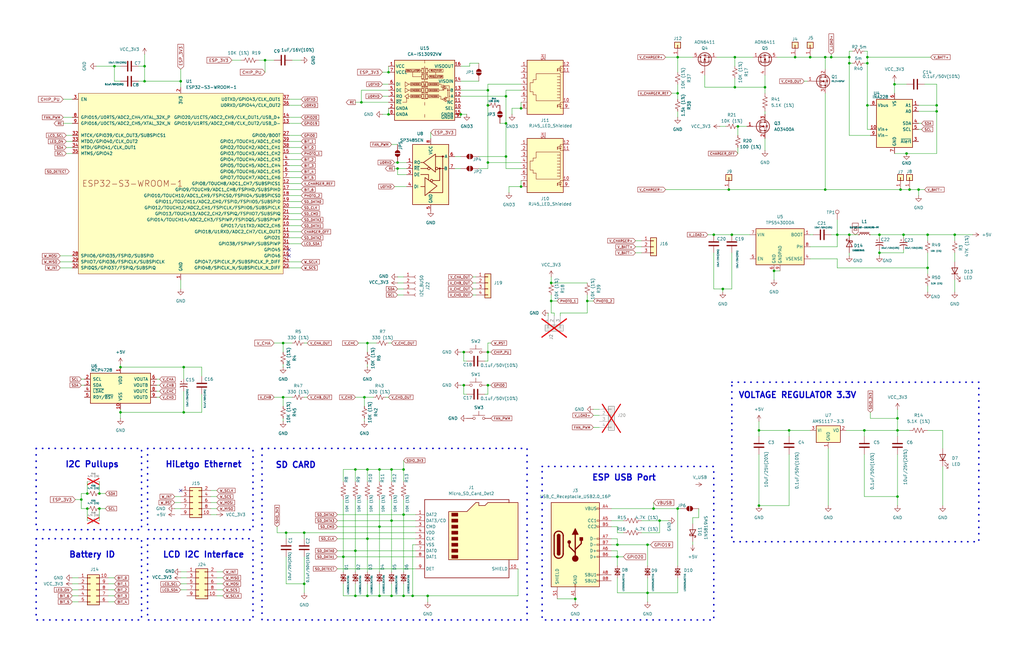
<source format=kicad_sch>
(kicad_sch (version 20250114) (generator "eeschema") (generator_version "9.0")
  (paper "B")
  (rectangle (start 62.23 227.33) (end 106.68 261.62) (stroke (width 0.635) (type dot)))
  (rectangle (start 15.24 189.23) (end 59.69 223.52) (stroke (width 0.635) (type dot)))
  (rectangle (start 308.61 161.29) (end 412.75 228.6) (stroke (width 0.635) (type dot)))
  (rectangle (start 15.24 227.33) (end 59.69 261.62) (stroke (width 0.635) (type dot)))
  (rectangle (start 62.23 189.23) (end 106.68 223.52) (stroke (width 0.635) (type dot)))
  (rectangle (start 228.6 196.85) (end 300.99 261.62) (stroke (width 0.635) (type dot)))
  (rectangle (start 110.49 189.23) (end 222.25 261.62) (stroke (width 0.635) (type dot)))
  (text "Battery ID\n" (at 38.862 234.188 0) (effects (font (size 2.54 2.54) (thickness 0.508) (bold yes))))
  (text "SD CARD" (at 124.714 196.342 0) (effects (font (size 2.54 2.54) (thickness 0.508) (bold yes))))
  (text "ESP USB Port" (at 263.144 201.676 0) (effects (font (size 2.54 2.54) (thickness 0.508) (bold yes))))
  (text "I2C Pullups" (at 38.862 196.088 0) (effects (font (size 2.54 2.54) (thickness 0.508) (bold yes))))
  (text "HiLetgo Ethernet" (at 85.852 196.088 0) (effects (font (size 2.54 2.54) (thickness 0.508) (bold yes))))
  (text "VOLTAGE REGULATOR 3.3V\n " (at 336.296 168.91 0) (effects (font (size 2.54 2.54) (thickness 0.508) (bold yes))))
  (text "LCD I2C Interface" (at 85.852 234.188 0) (effects (font (size 2.54 2.54) (thickness 0.508) (bold yes))))
  (junction (at 285.75 214.63))
  (junction (at 394.97 46.99))
  (junction (at 167.64 71.12))
  (junction (at 308.61 99.06))
  (junction (at 370.84 106.68))
  (junction (at 149.86 251.46))
  (junction (at 228.6 294.64))
  (junction (at 326.39 114.3))
  (junction (at 332.74 294.64))
  (junction (at 154.94 251.46))
  (junction (at 350.52 294.64))
  (junction (at 307.34 80.01))
  (junction (at 311.15 53.34))
  (junction (at 165.1 219.71))
  (junction (at 34.29 210.82))
  (junction (at 358.14 99.06))
  (junction (at 257.81 294.64))
  (junction (at 210.82 294.64))
  (junction (at 41.91 208.28))
  (junction (at 48.26 27.94))
  (junction (at 377.19 35.56))
  (junction (at 332.74 323.85))
  (junction (at 210.82 323.85))
  (junction (at 205.74 162.56))
  (junction (at 332.74 181.61))
  (junction (at 170.18 217.17))
  (junction (at 36.83 208.28))
  (junction (at 180.34 251.46))
  (junction (at 365.76 26.67))
  (junction (at 260.35 229.87))
  (junction (at 149.86 198.12))
  (junction (at 288.29 294.64))
  (junction (at 153.67 167.64))
  (junction (at 86.36 298.45))
  (junction (at 149.86 232.41))
  (junction (at 391.16 99.06))
  (junction (at 205.74 38.1))
  (junction (at 304.8 121.92))
  (junction (at 378.46 176.53))
  (junction (at 363.22 294.64))
  (junction (at 270.51 323.85))
  (junction (at 205.74 148.59))
  (junction (at 160.02 198.12))
  (junction (at 41.91 214.63))
  (junction (at 378.46 209.55))
  (junction (at 50.8 154.94))
  (junction (at 160.02 251.46))
  (junction (at 163.83 30.48))
  (junction (at 309.88 36.83))
  (junction (at 394.97 44.45))
  (junction (at 160.02 222.25))
  (junction (at 383.54 80.01))
  (junction (at 111.76 298.45))
  (junction (at 309.88 24.13))
  (junction (at 358.14 26.67))
  (junction (at 213.36 52.07))
  (junction (at 378.46 181.61))
  (junction (at 370.84 99.06))
  (junction (at 260.35 234.95))
  (junction (at 170.18 198.12))
  (junction (at 300.99 99.06))
  (junction (at 347.98 80.01))
  (junction (at 123.19 323.85))
  (junction (at 154.94 227.33))
  (junction (at 379.73 80.01))
  (junction (at 402.59 99.06))
  (junction (at 320.04 181.61))
  (junction (at 350.52 306.07))
  (junction (at 144.78 234.95))
  (junction (at 60.96 27.94))
  (junction (at 154.94 144.78))
  (junction (at 350.52 24.13))
  (junction (at 318.77 306.07))
  (junction (at 365.76 24.13))
  (junction (at 119.38 167.64))
  (junction (at 381 99.06))
  (junction (at 270.51 294.64))
  (junction (at 335.28 24.13))
  (junction (at 347.98 24.13))
  (junction (at 205.74 68.58))
  (junction (at 393.7 294.64))
  (junction (at 111.76 25.4))
  (junction (at 195.58 162.56))
  (junction (at 219.71 78.74))
  (junction (at 170.18 251.46))
  (junction (at 165.1 251.46))
  (junction (at 365.76 44.45))
  (junction (at 154.94 198.12))
  (junction (at 213.36 40.64))
  (junction (at 257.81 306.07))
  (junction (at 219.71 45.72))
  (junction (at 232.41 127))
  (junction (at 341.63 24.13))
  (junction (at 163.83 48.26))
  (junction (at 382.27 64.77))
  (junction (at 119.38 144.78))
  (junction (at 364.49 181.61))
  (junction (at 387.35 80.01))
  (junction (at 152.4 43.18))
  (junction (at 285.75 24.13))
  (junction (at 195.58 148.59))
  (junction (at 273.05 250.19))
  (junction (at 411.48 306.07))
  (junction (at 278.13 219.71))
  (junction (at 288.29 306.07))
  (junction (at 363.22 323.85))
  (junction (at 300.99 323.85))
  (junction (at 240.03 294.64))
  (junction (at 275.59 214.63))
  (junction (at 77.47 173.99))
  (junction (at 128.27 246.38))
  (junction (at 318.77 294.64))
  (junction (at 194.31 48.26))
  (junction (at 205.74 44.45))
  (junction (at 322.58 36.83))
  (junction (at 77.47 154.94))
  (junction (at 167.64 68.58))
  (junction (at 242.57 252.73))
  (junction (at 36.83 214.63))
  (junction (at 123.19 298.45))
  (junction (at 240.03 323.85))
  (junction (at 273.05 229.87))
  (junction (at 50.8 173.99))
  (junction (at 213.36 66.04))
  (junction (at 381 294.64))
  (junction (at 247.65 127))
  (junction (at 320.04 213.36))
  (junction (at 228.6 306.07))
  (junction (at 381 306.07))
  (junction (at 60.96 34.29))
  (junction (at 77.47 298.45))
  (junction (at 353.06 99.06))
  (junction (at 86.36 323.85))
  (junction (at 165.1 198.12))
  (junction (at 285.75 39.37))
  (junction (at 128.27 224.79))
  (junction (at 232.41 119.38))
  (junction (at 391.16 113.03))
  (junction (at 358.14 24.13))
  (junction (at 300.99 294.64))
  (junction (at 120.65 224.79))
  (junction (at 173.99 251.46))
  (junction (at 76.2 34.29))
  (no_connect (at 76.2 207.01))
  (no_connect (at 121.92 105.41))
  (no_connect (at 121.92 107.95))
  (wire (pts (xy 77.47 173.99) (xy 85.09 173.99)))
  (wire (pts (xy 76.2 248.92) (xy 78.74 248.92)))
  (wire (pts (xy 393.7 311.15) (xy 393.7 313.69)))
  (wire (pts (xy 367.03 99.06) (xy 370.84 99.06)))
  (wire (pts (xy 111.76 306.07) (xy 111.76 323.85)))
  (wire (pts (xy 391.16 106.68) (xy 391.16 113.03)))
  (wire (pts (xy 365.76 44.45) (xy 367.03 44.45)))
  (wire (pts (xy 36.83 203.2) (xy 36.83 208.28)))
  (wire (pts (xy 119.38 167.64) (xy 123.19 167.64)))
  (wire (pts (xy 353.06 109.22) (xy 353.06 113.03)))
  (wire (pts (xy 121.92 92.71) (xy 127 92.71)))
  (wire (pts (xy 358.14 106.68) (xy 358.14 107.95)))
  (wire (pts (xy 88.9 207.01) (xy 91.44 207.01)))
  (wire (pts (xy 297.18 31.75) (xy 297.18 36.83)))
  (wire (pts (xy 270.51 311.15) (xy 270.51 313.69)))
  (wire (pts (xy 270.51 323.85) (xy 300.99 323.85)))
  (wire (pts (xy 378.46 176.53) (xy 378.46 181.61)))
  (wire (pts (xy 300.99 294.64) (xy 300.99 306.07)))
  (wire (pts (xy 25.4 113.03) (xy 30.48 113.03)))
  (wire (pts (xy 300.99 306.07) (xy 302.26 306.07)))
  (wire (pts (xy 36.83 214.63) (xy 36.83 219.71)))
  (wire (pts (xy 30.48 248.92) (xy 33.02 248.92)))
  (wire (pts (xy 365.76 26.67) (xy 365.76 24.13)))
  (wire (pts (xy 365.76 44.45) (xy 365.76 26.67)))
  (wire (pts (xy 364.49 191.77) (xy 364.49 209.55)))
  (wire (pts (xy 287.02 311.15) (xy 287.02 313.69)))
  (wire (pts (xy 163.83 144.78) (xy 165.1 144.78)))
  (wire (pts (xy 77.47 298.45) (xy 86.36 298.45)))
  (wire (pts (xy 410.21 306.07) (xy 411.48 306.07)))
  (wire (pts (xy 205.74 144.78) (xy 205.74 148.59)))
  (wire (pts (xy 160.02 251.46) (xy 165.1 251.46)))
  (wire (pts (xy 391.16 120.65) (xy 391.16 123.19)))
  (wire (pts (xy 161.29 48.26) (xy 163.83 48.26)))
  (wire (pts (xy 50.8 34.29) (xy 48.26 34.29)))
  (wire (pts (xy 257.81 234.95) (xy 260.35 234.95)))
  (wire (pts (xy 41.91 214.63) (xy 41.91 219.71)))
  (wire (pts (xy 25.4 110.49) (xy 30.48 110.49)))
  (wire (pts (xy 370.84 105.41) (xy 370.84 106.68)))
  (wire (pts (xy 273.05 250.19) (xy 285.75 250.19)))
  (wire (pts (xy 318.77 294.64) (xy 332.74 294.64)))
  (wire (pts (xy 210.82 52.07) (xy 213.36 52.07)))
  (wire (pts (xy 91.44 243.84) (xy 93.98 243.84)))
  (wire (pts (xy 123.19 306.07) (xy 123.19 323.85)))
  (wire (pts (xy 36.83 214.63) (xy 34.29 214.63)))
  (wire (pts (xy 332.74 311.15) (xy 332.74 313.69)))
  (wire (pts (xy 363.22 311.15) (xy 363.22 313.69)))
  (wire (pts (xy 163.83 27.94) (xy 163.83 30.48)))
  (wire (pts (xy 391.16 99.06) (xy 402.59 99.06)))
  (wire (pts (xy 128.27 144.78) (xy 129.54 144.78)))
  (wire (pts (xy 215.9 45.72) (xy 215.9 48.26)))
  (wire (pts (xy 160.02 198.12) (xy 160.02 203.2)))
  (wire (pts (xy 232.41 127) (xy 232.41 132.08)))
  (wire (pts (xy 294.64 218.44) (xy 292.1 218.44)))
  (wire (pts (xy 66.04 162.56) (xy 67.31 162.56)))
  (wire (pts (xy 317.5 311.15) (xy 317.5 313.69)))
  (wire (pts (xy 45.72 243.84) (xy 48.26 243.84)))
  (wire (pts (xy 347.98 24.13) (xy 350.52 24.13)))
  (wire (pts (xy 397.51 196.85) (xy 397.51 213.36)))
  (wire (pts (xy 26.67 41.91) (xy 30.48 41.91)))
  (wire (pts (xy 356.87 181.61) (xy 364.49 181.61)))
  (wire (pts (xy 260.35 227.33) (xy 260.35 229.87)))
  (wire (pts (xy 285.75 24.13) (xy 292.1 24.13)))
  (wire (pts (xy 377.19 35.56) (xy 377.19 39.37)))
  (wire (pts (xy 307.34 80.01) (xy 347.98 80.01)))
  (wire (pts (xy 34.29 162.56) (xy 35.56 162.56)))
  (wire (pts (xy 116.84 224.79) (xy 120.65 224.79)))
  (wire (pts (xy 144.78 234.95) (xy 175.26 234.95)))
  (wire (pts (xy 144.78 198.12) (xy 144.78 203.2)))
  (wire (pts (xy 121.92 62.23) (xy 127 62.23)))
  (wire (pts (xy 48.26 27.94) (xy 40.64 27.94)))
  (wire (pts (xy 350.52 294.64) (xy 363.22 294.64)))
  (wire (pts (xy 210.82 318.77) (xy 210.82 323.85)))
  (wire (pts (xy 300.99 323.85) (xy 332.74 323.85)))
  (wire (pts (xy 200.66 121.92) (xy 199.39 121.92)))
  (wire (pts (xy 285.75 46.99) (xy 285.75 49.53)))
  (wire (pts (xy 304.8 121.92) (xy 304.8 123.19)))
  (wire (pts (xy 34.29 210.82) (xy 34.29 208.28)))
  (wire (pts (xy 85.09 166.37) (xy 85.09 173.99)))
  (wire (pts (xy 227.33 306.07) (xy 228.6 306.07)))
  (wire (pts (xy 350.52 99.06) (xy 353.06 99.06)))
  (wire (pts (xy 280.67 24.13) (xy 285.75 24.13)))
  (wire (pts (xy 378.46 172.72) (xy 378.46 176.53)))
  (wire (pts (xy 119.38 144.78) (xy 119.38 148.59)))
  (wire (pts (xy 233.68 132.08) (xy 233.68 133.35)))
  (wire (pts (xy 167.64 73.66) (xy 171.45 73.66)))
  (wire (pts (xy 332.74 323.85) (xy 363.22 323.85)))
  (wire (pts (xy 149.86 198.12) (xy 144.78 198.12)))
  (wire (pts (xy 232.41 119.38) (xy 247.65 119.38)))
  (wire (pts (xy 34.29 160.02) (xy 35.56 160.02)))
  (wire (pts (xy 120.65 246.38) (xy 128.27 246.38)))
  (wire (pts (xy 349.25 306.07) (xy 350.52 306.07)))
  (wire (pts (xy 175.26 229.87) (xy 173.99 229.87)))
  (wire (pts (xy 332.74 181.61) (xy 341.63 181.61)))
  (wire (pts (xy 213.36 52.07) (xy 213.36 66.04)))
  (wire (pts (xy 260.35 229.87) (xy 273.05 229.87)))
  (wire (pts (xy 215.9 45.72) (xy 219.71 45.72)))
  (wire (pts (xy 205.74 35.56) (xy 205.74 38.1)))
  (wire (pts (xy 240.03 323.85) (xy 270.51 323.85)))
  (wire (pts (xy 142.24 232.41) (xy 149.86 232.41)))
  (wire (pts (xy 267.97 101.6) (xy 270.51 101.6)))
  (wire (pts (xy 212.09 311.15) (xy 210.82 311.15)))
  (wire (pts (xy 219.71 78.74) (xy 214.63 78.74)))
  (wire (pts (xy 288.29 306.07) (xy 293.37 306.07)))
  (wire (pts (xy 378.46 209.55) (xy 378.46 213.36)))
  (wire (pts (xy 341.63 99.06) (xy 342.9 99.06)))
  (wire (pts (xy 364.49 181.61) (xy 378.46 181.61)))
  (wire (pts (xy 257.81 294.64) (xy 240.03 294.64)))
  (wire (pts (xy 394.97 311.15) (xy 393.7 311.15)))
  (wire (pts (xy 149.86 251.46) (xy 154.94 251.46)))
  (wire (pts (xy 165.1 251.46) (xy 170.18 251.46)))
  (wire (pts (xy 45.72 251.46) (xy 48.26 251.46)))
  (wire (pts (xy 232.41 132.08) (xy 233.68 132.08)))
  (wire (pts (xy 121.92 100.33) (xy 127 100.33)))
  (wire (pts (xy 228.6 294.64) (xy 240.03 294.64)))
  (wire (pts (xy 317.5 306.07) (xy 318.77 306.07)))
  (wire (pts (xy 41.91 214.63) (xy 44.45 214.63)))
  (wire (pts (xy 213.36 66.04) (xy 213.36 71.12)))
  (wire (pts (xy 271.78 311.15) (xy 270.51 311.15)))
  (wire (pts (xy 152.4 38.1) (xy 152.4 43.18)))
  (wire (pts (xy 250.19 180.34) (xy 252.73 180.34)))
  (wire (pts (xy 302.26 24.13) (xy 309.88 24.13)))
  (wire (pts (xy 309.88 24.13) (xy 309.88 27.94)))
  (wire (pts (xy 285.75 243.84) (xy 285.75 250.19)))
  (wire (pts (xy 115.57 144.78) (xy 119.38 144.78)))
  (wire (pts (xy 121.92 113.03) (xy 127 113.03)))
  (wire (pts (xy 378.46 184.15) (xy 378.46 181.61)))
  (wire (pts (xy 210.82 294.64) (xy 203.2 294.64)))
  (wire (pts (xy 27.94 59.69) (xy 30.48 59.69)))
  (wire (pts (xy 144.78 251.46) (xy 149.86 251.46)))
  (wire (pts (xy 365.76 24.13) (xy 392.43 24.13)))
  (wire (pts (xy 387.35 44.45) (xy 394.97 44.45)))
  (wire (pts (xy 121.92 97.79) (xy 127 97.79)))
  (wire (pts (xy 311.15 53.34) (xy 311.15 57.15)))
  (wire (pts (xy 387.35 80.01) (xy 389.89 80.01)))
  (wire (pts (xy 308.61 121.92) (xy 308.61 106.68)))
  (wire (pts (xy 205.74 148.59) (xy 207.01 148.59)))
  (wire (pts (xy 170.18 116.84) (xy 167.64 116.84)))
  (wire (pts (xy 144.78 241.3) (xy 144.78 234.95)))
  (wire (pts (xy 165.1 60.96) (xy 167.64 60.96)))
  (wire (pts (xy 350.52 306.07) (xy 355.6 306.07)))
  (wire (pts (xy 154.94 198.12) (xy 154.94 203.2)))
  (wire (pts (xy 121.92 64.77) (xy 127 64.77)))
  (wire (pts (xy 196.85 166.37) (xy 195.58 166.37)))
  (wire (pts (xy 66.04 165.1) (xy 67.31 165.1)))
  (wire (pts (xy 285.75 39.37) (xy 285.75 41.91)))
  (wire (pts (xy 161.29 30.48) (xy 163.83 30.48)))
  (wire (pts (xy 292.1 218.44) (xy 292.1 220.98)))
  (wire (pts (xy 154.94 198.12) (xy 149.86 198.12)))
  (wire (pts (xy 50.8 27.94) (xy 48.26 27.94)))
  (wire (pts (xy 256.54 306.07) (xy 257.81 306.07)))
  (wire (pts (xy 257.81 306.07) (xy 262.89 306.07)))
  (wire (pts (xy 247.65 127) (xy 250.19 127)))
  (wire (pts (xy 153.67 167.64) (xy 157.48 167.64)))
  (wire (pts (xy 358.14 99.06) (xy 361.95 99.06)))
  (wire (pts (xy 66.04 160.02) (xy 67.31 160.02)))
  (wire (pts (xy 195.58 166.37) (xy 195.58 162.56)))
  (wire (pts (xy 196.85 152.4) (xy 195.58 152.4)))
  (wire (pts (xy 318.77 294.64) (xy 300.99 294.64)))
  (wire (pts (xy 36.83 208.28) (xy 34.29 208.28)))
  (wire (pts (xy 88.9 214.63) (xy 91.44 214.63)))
  (wire (pts (xy 341.63 109.22) (xy 353.06 109.22)))
  (wire (pts (xy 167.64 71.12) (xy 171.45 71.12)))
  (wire (pts (xy 347.98 80.01) (xy 379.73 80.01)))
  (wire (pts (xy 332.74 213.36) (xy 320.04 213.36)))
  (wire (pts (xy 119.38 176.53) (xy 119.38 177.8)))
  (wire (pts (xy 45.72 248.92) (xy 48.26 248.92)))
  (wire (pts (xy 142.24 234.95) (xy 144.78 234.95)))
  (wire (pts (xy 257.81 294.64) (xy 270.51 294.64)))
  (wire (pts (xy 121.92 74.93) (xy 127 74.93)))
  (wire (pts (xy 27.94 62.23) (xy 30.48 62.23)))
  (wire (pts (xy 86.36 298.45) (xy 93.98 298.45)))
  (wire (pts (xy 205.74 71.12) (xy 205.74 68.58)))
  (wire (pts (xy 364.49 21.59) (xy 365.76 21.59)))
  (wire (pts (xy 367.03 173.99) (xy 367.03 176.53)))
  (wire (pts (xy 257.81 294.64) (xy 257.81 300.99)))
  (wire (pts (xy 257.81 227.33) (xy 260.35 227.33)))
  (wire (pts (xy 60.96 27.94) (xy 58.42 27.94)))
  (wire (pts (xy 270.51 306.07) (xy 271.78 306.07)))
  (wire (pts (xy 350.52 294.64) (xy 332.74 294.64)))
  (wire (pts (xy 194.31 48.26) (xy 196.85 48.26)))
  (wire (pts (xy 339.09 34.29) (xy 340.36 34.29)))
  (wire (pts (xy 260.35 250.19) (xy 273.05 250.19)))
  (wire (pts (xy 377.19 64.77) (xy 382.27 64.77)))
  (wire (pts (xy 149.86 241.3) (xy 149.86 232.41)))
  (wire (pts (xy 393.7 306.07) (xy 394.97 306.07)))
  (wire (pts (xy 349.25 189.23) (xy 349.25 213.36)))
  (wire (pts (xy 48.26 27.94) (xy 48.26 34.29)))
  (wire (pts (xy 370.84 106.68) (xy 370.84 107.95)))
  (wire (pts (xy 394.97 64.77) (xy 382.27 64.77)))
  (wire (pts (xy 205.74 44.45) (xy 205.74 68.58)))
  (wire (pts (xy 153.67 167.64) (xy 153.67 171.45)))
  (wire (pts (xy 260.35 224.79) (xy 262.89 224.79)))
  (wire (pts (xy 119.38 167.64) (xy 119.38 171.45)))
  (wire (pts (xy 30.48 251.46) (xy 33.02 251.46)))
  (wire (pts (xy 123.19 298.45) (xy 138.43 298.45)))
  (wire (pts (xy 285.75 214.63) (xy 287.02 214.63)))
  (wire (pts (xy 402.59 99.06) (xy 410.21 99.06)))
  (wire (pts (xy 50.8 173.99) (xy 50.8 176.53)))
  (wire (pts (xy 210.82 311.15) (xy 210.82 313.69)))
  (wire (pts (xy 151.13 144.78) (xy 154.94 144.78)))
  (wire (pts (xy 121.92 80.01) (xy 127 80.01)))
  (wire (pts (xy 41.91 208.28) (xy 44.45 208.28)))
  (wire (pts (xy 381 100.33) (xy 381 99.06)))
  (wire (pts (xy 387.35 52.07) (xy 388.62 52.07)))
  (wire (pts (xy 165.1 219.71) (xy 165.1 210.82)))
  (wire (pts (xy 173.99 251.46) (xy 180.34 251.46)))
  (wire (pts (xy 364.49 311.15) (xy 363.22 311.15)))
  (wire (pts (xy 267.97 106.68) (xy 270.51 106.68)))
  (wire (pts (xy 154.94 246.38) (xy 154.94 251.46)))
  (wire (pts (xy 166.37 71.12) (xy 167.64 71.12)))
  (wire (pts (xy 240.03 294.64) (xy 240.03 306.07)))
  (wire (pts (xy 326.39 114.3) (xy 328.93 114.3)))
  (wire (pts (xy 194.31 148.59) (xy 195.58 148.59)))
  (wire (pts (xy 167.64 121.92) (xy 170.18 121.92)))
  (wire (pts (xy 170.18 251.46) (xy 170.18 246.38)))
  (wire (pts (xy 121.92 87.63) (xy 127 87.63)))
  (wire (pts (xy 88.9 209.55) (xy 91.44 209.55)))
  (wire (pts (xy 205.74 38.1) (xy 205.74 44.45)))
  (wire (pts (xy 154.94 144.78) (xy 158.75 144.78)))
  (wire (pts (xy 121.92 77.47) (xy 127 77.47)))
  (wire (pts (xy 165.1 198.12) (xy 160.02 198.12)))
  (wire (pts (xy 199.39 119.38) (xy 200.66 119.38)))
  (wire (pts (xy 41.91 203.2) (xy 41.91 208.28)))
  (wire (pts (xy 318.77 294.64) (xy 318.77 300.99)))
  (wire (pts (xy 270.51 318.77) (xy 270.51 323.85)))
  (wire (pts (xy 204.47 152.4) (xy 205.74 152.4)))
  (wire (pts (xy 171.45 68.58) (xy 167.64 68.58)))
  (wire (pts (xy 121.92 102.87) (xy 127 102.87)))
  (wire (pts (xy 77.47 154.94) (xy 50.8 154.94)))
  (wire (pts (xy 165.1 219.71) (xy 175.26 219.71)))
  (wire (pts (xy 199.39 124.46) (xy 200.66 124.46)))
  (wire (pts (xy 210.82 294.64) (xy 210.82 306.07)))
  (wire (pts (xy 358.14 24.13) (xy 358.14 21.59)))
  (wire (pts (xy 332.74 294.64) (xy 332.74 306.07)))
  (wire (pts (xy 287.02 306.07) (xy 288.29 306.07)))
  (wire (pts (xy 322.58 31.75) (xy 322.58 36.83)))
  (wire (pts (xy 234.95 252.73) (xy 242.57 252.73)))
  (wire (pts (xy 115.57 167.64) (xy 119.38 167.64)))
  (wire (pts (xy 170.18 217.17) (xy 175.26 217.17)))
  (wire (pts (xy 180.34 251.46) (xy 218.44 251.46)))
  (wire (pts (xy 232.41 127) (xy 234.95 127)))
  (wire (pts (xy 165.1 246.38) (xy 165.1 251.46)))
  (wire (pts (xy 154.94 227.33) (xy 154.94 241.3)))
  (wire (pts (xy 326.39 114.3) (xy 326.39 118.11)))
  (wire (pts (xy 381 306.07) (xy 386.08 306.07)))
  (wire (pts (xy 111.76 25.4) (xy 115.57 25.4)))
  (wire (pts (xy 120.65 224.79) (xy 128.27 224.79)))
  (wire (pts (xy 270.51 294.64) (xy 270.51 306.07)))
  (wire (pts (xy 76.2 118.11) (xy 76.2 121.92)))
  (wire (pts (xy 210.82 323.85) (xy 240.03 323.85)))
  (wire (pts (xy 66.04 167.64) (xy 67.31 167.64)))
  (wire (pts (xy 379.73 311.15) (xy 379.73 313.69)))
  (wire (pts (xy 91.44 248.92) (xy 93.98 248.92)))
  (wire (pts (xy 170.18 198.12) (xy 165.1 198.12)))
  (wire (pts (xy 250.19 172.72) (xy 252.73 172.72)))
  (wire (pts (xy 170.18 241.3) (xy 170.18 217.17)))
  (wire (pts (xy 309.88 33.02) (xy 309.88 36.83)))
  (wire (pts (xy 370.84 99.06) (xy 381 99.06)))
  (wire (pts (xy 121.92 49.53) (xy 127 49.53)))
  (wire (pts (xy 322.58 46.99) (xy 322.58 48.26)))
  (wire (pts (xy 231.14 132.08) (xy 231.14 133.35)))
  (wire (pts (xy 121.92 41.91) (xy 127 41.91)))
  (wire (pts (xy 358.14 26.67) (xy 358.14 24.13)))
  (wire (pts (xy 73.66 212.09) (xy 76.2 212.09)))
  (wire (pts (xy 160.02 246.38) (xy 160.02 251.46)))
  (wire (pts (xy 288.29 294.64) (xy 300.99 294.64)))
  (wire (pts (xy 365.76 54.61) (xy 365.76 44.45)))
  (wire (pts (xy 300.99 121.92) (xy 304.8 121.92)))
  (wire (pts (xy 111.76 298.45) (xy 123.19 298.45)))
  (wire (pts (xy 27.94 64.77) (xy 30.48 64.77)))
  (wire (pts (xy 240.03 318.77) (xy 240.03 323.85)))
  (wire (pts (xy 402.59 106.68) (xy 402.59 110.49)))
  (wire (pts (xy 353.06 92.71) (xy 353.06 99.06)))
  (wire (pts (xy 300.99 106.68) (xy 300.99 121.92)))
  (wire (pts (xy 393.7 294.64) (xy 393.7 306.07)))
  (wire (pts (xy 210.82 306.07) (xy 212.09 306.07)))
  (wire (pts (xy 160.02 198.12) (xy 154.94 198.12)))
  (wire (pts (xy 353.06 99.06) (xy 353.06 104.14)))
  (wire (pts (xy 85.09 158.75) (xy 85.09 154.94)))
  (wire (pts (xy 153.67 176.53) (xy 153.67 177.8)))
  (wire (pts (xy 119.38 144.78) (xy 123.19 144.78)))
  (wire (pts (xy 280.67 80.01) (xy 307.34 80.01)))
  (wire (pts (xy 167.64 68.58) (xy 166.37 68.58)))
  (wire (pts (xy 191.77 71.12) (xy 194.31 71.12)))
  (wire (pts (xy 402.59 118.11) (xy 402.59 123.19)))
  (wire (pts (xy 353.06 99.06) (xy 358.14 99.06)))
  (wire (pts (xy 394.97 46.99) (xy 394.97 64.77)))
  (wire (pts (xy 379.73 306.07) (xy 381 306.07)))
  (wire (pts (xy 288.29 294.64) (xy 270.51 294.64)))
  (wire (pts (xy 332.74 184.15) (xy 332.74 181.61)))
  (wire (pts (xy 394.97 44.45) (xy 394.97 46.99)))
  (wire (pts (xy 353.06 113.03) (xy 391.16 113.03)))
  (wire (pts (xy 45.72 254) (xy 48.26 254)))
  (wire (pts (xy 201.93 71.12) (xy 205.74 71.12)))
  (wire (pts (xy 285.75 35.56) (xy 285.75 39.37)))
  (wire (pts (xy 304.8 121.92) (xy 308.61 121.92)))
  (wire (pts (xy 170.18 194.31) (xy 170.18 198.12)))
  (wire (pts (xy 160.02 222.25) (xy 175.26 222.25)))
  (wire (pts (xy 201.93 66.04) (xy 213.36 66.04)))
  (wire (pts (xy 149.86 232.41) (xy 175.26 232.41)))
  (wire (pts (xy 240.03 306.07) (xy 241.3 306.07)))
  (wire (pts (xy 260.35 222.25) (xy 260.35 224.79)))
  (wire (pts (xy 300.99 311.15) (xy 300.99 313.69)))
  (wire (pts (xy 167.64 124.46) (xy 170.18 124.46)))
  (wire (pts (xy 393.7 318.77) (xy 393.7 323.85)))
  (wire (pts (xy 119.38 153.67) (xy 119.38 154.94)))
  (wire (pts (xy 128.27 224.79) (xy 175.26 224.79)))
  (wire (pts (xy 128.27 224.79) (xy 128.27 227.33)))
  (wire (pts (xy 91.44 251.46) (xy 93.98 251.46)))
  (wire (pts (xy 381 294.64) (xy 363.22 294.64)))
  (wire (pts (xy 111.76 30.48) (xy 111.76 25.4)))
  (wire (pts (xy 274.32 229.87) (xy 273.05 229.87)))
  (wire (pts (xy 411.48 294.64) (xy 411.48 300.99)))
  (wire (pts (xy 60.96 34.29) (xy 58.42 34.29)))
  (wire (pts (xy 213.36 38.1) (xy 213.36 40.64)))
  (wire (pts (xy 76.2 29.21) (xy 76.2 34.29)))
  (wire (pts (xy 50.8 153.67) (xy 50.8 154.94)))
  (wire (pts (xy 77.47 154.94) (xy 77.47 160.02)))
  (wire (pts (xy 149.86 43.18) (xy 152.4 43.18)))
  (wire (pts (xy 322.58 39.37) (xy 322.58 36.83)))
  (wire (pts (xy 120.65 224.79) (xy 120.65 227.33)))
  (wire (pts (xy 97.79 25.4) (xy 101.6 25.4)))
  (wire (pts (xy 165.1 198.12) (xy 165.1 203.2)))
  (wire (pts (xy 142.24 227.33) (xy 154.94 227.33)))
  (wire (pts (xy 219.71 35.56) (xy 205.74 35.56)))
  (wire (pts (xy 71.12 298.45) (xy 77.47 298.45)))
  (wire (pts (xy 144.78 246.38) (xy 144.78 251.46)))
  (wire (pts (xy 45.72 246.38) (xy 48.26 246.38)))
  (wire (pts (xy 121.92 44.45) (xy 127 44.45)))
  (wire (pts (xy 205.74 162.56) (xy 207.01 162.56)))
  (wire (pts (xy 144.78 234.95) (xy 144.78 210.82)))
  (wire (pts (xy 391.16 99.06) (xy 391.16 101.6)))
  (wire (pts (xy 201.93 26.67) (xy 198.12 26.67)))
  (wire (pts (xy 167.64 73.66) (xy 167.64 71.12)))
  (wire (pts (xy 389.89 35.56) (xy 394.97 35.56)))
  (wire (pts (xy 358.14 57.15) (xy 358.14 26.67)))
  (wire (pts (xy 101.6 323.85) (xy 101.6 306.07)))
  (wire (pts (xy 350.52 24.13) (xy 358.14 24.13)))
  (wire (pts (xy 170.18 251.46) (xy 173.99 251.46)))
  (wire (pts (xy 402.59 99.06) (xy 402.59 101.6)))
  (wire (pts (xy 50.8 173.99) (xy 77.47 173.99)))
  (wire (pts (xy 232.41 124.46) (xy 232.41 127)))
  (wire (pts (xy 288.29 294.64) (xy 288.29 300.99)))
  (wire (pts (xy 320.04 191.77) (xy 320.04 213.36)))
  (wire (pts (xy 195.58 152.4) (xy 195.58 148.59)))
  (wire (pts (xy 218.44 240.03) (xy 218.44 251.46)))
  (wire (pts (xy 377.19 34.29) (xy 377.19 35.56)))
  (wire (pts (xy 219.71 71.12) (xy 213.36 71.12)))
  (wire (pts (xy 26.67 52.07) (xy 30.48 52.07)))
  (wire (pts (xy 311.15 62.23) (xy 311.15 64.77)))
  (wire (pts (xy 257.81 232.41) (xy 260.35 232.41)))
  (wire (pts (xy 154.94 227.33) (xy 175.26 227.33)))
  (wire (pts (xy 257.81 219.71) (xy 262.89 219.71)))
  (wire (pts (xy 377.19 35.56) (xy 382.27 35.56)))
  (wire (pts (xy 219.71 43.18) (xy 219.71 45.72)))
  (wire (pts (xy 161.29 40.64) (xy 163.83 40.64)))
  (wire (pts (xy 332.74 318.77) (xy 332.74 323.85)))
  (wire (pts (xy 300.99 99.06) (xy 308.61 99.06)))
  (wire (pts (xy 181.61 55.88) (xy 181.61 58.42)))
  (wire (pts (xy 180.34 251.46) (xy 180.34 254)))
  (wire (pts (xy 219.71 76.2) (xy 219.71 78.74)))
  (wire (pts (xy 191.77 66.04) (xy 194.31 66.04)))
  (wire (pts (xy 275.59 214.63) (xy 285.75 214.63)))
  (wire (pts (xy 260.35 234.95) (xy 262.89 234.95)))
  (wire (pts (xy 123.19 25.4) (xy 127 25.4)))
  (wire (pts (xy 257.81 229.87) (xy 260.35 229.87)))
  (wire (pts (xy 91.44 246.38) (xy 93.98 246.38)))
  (wire (pts (xy 257.81 214.63) (xy 275.59 214.63)))
  (wire (pts (xy 128.27 246.38) (xy 128.27 250.19)))
  (wire (pts (xy 228.6 306.07) (xy 233.68 306.07)))
  (wire (pts (xy 411.48 294.64) (xy 393.7 294.64)))
  (wire (pts (xy 365.76 21.59) (xy 365.76 24.13)))
  (wire (pts (xy 256.54 311.15) (xy 256.54 313.69)))
  (wire (pts (xy 77.47 154.94) (xy 85.09 154.94)))
  (wire (pts (xy 311.15 53.34) (xy 314.96 53.34)))
  (wire (pts (xy 121.92 59.69) (xy 127 59.69)))
  (wire (pts (xy 121.92 110.49) (xy 127 110.49)))
  (wire (pts (xy 60.96 34.29) (xy 76.2 34.29)))
  (wire (pts (xy 364.49 26.67) (xy 365.76 26.67)))
  (wire (pts (xy 194.31 38.1) (xy 205.74 38.1)))
  (wire (pts (xy 334.01 311.15) (xy 332.74 311.15)))
  (wire (pts (xy 273.05 229.87) (xy 273.05 238.76)))
  (wire (pts (xy 121.92 85.09) (xy 127 85.09)))
  (wire (pts (xy 154.94 251.46) (xy 160.02 251.46)))
  (wire (pts (xy 86.36 323.85) (xy 86.36 327.66)))
  (wire (pts (xy 347.98 24.13) (xy 347.98 29.21)))
  (wire (pts (xy 194.31 162.56) (xy 195.58 162.56)))
  (wire (pts (xy 260.35 222.25) (xy 257.81 222.25)))
  (wire (pts (xy 219.71 38.1) (xy 213.36 38.1)))
  (wire (pts (xy 298.45 99.06) (xy 300.99 99.06)))
  (wire (pts (xy 171.45 78.74) (xy 166.37 78.74)))
  (wire (pts (xy 198.12 27.94) (xy 194.31 27.94)))
  (wire (pts (xy 30.48 243.84) (xy 33.02 243.84)))
  (wire (pts (xy 363.22 323.85) (xy 393.7 323.85)))
  (wire (pts (xy 391.16 113.03) (xy 391.16 115.57)))
  (wire (pts (xy 50.8 172.72) (xy 50.8 173.99)))
  (wire (pts (xy 381 99.06) (xy 391.16 99.06)))
  (wire (pts (xy 365.76 54.61) (xy 367.03 54.61)))
  (wire (pts (xy 120.65 234.95) (xy 120.65 246.38)))
  (wire (pts (xy 350.52 294.64) (xy 350.52 300.99)))
  (wire (pts (xy 34.29 210.82) (xy 34.29 214.63)))
  (wire (pts (xy 320.04 181.61) (xy 332.74 181.61)))
  (wire (pts (xy 149.86 198.12) (xy 149.86 203.2)))
  (wire (pts (xy 152.4 43.18) (xy 163.83 43.18)))
  (wire (pts (xy 387.35 46.99) (xy 394.97 46.99)))
  (wire (pts (xy 170.18 119.38) (xy 167.64 119.38)))
  (wire (pts (xy 358.14 21.59) (xy 359.41 21.59)))
  (wire (pts (xy 260.35 232.41) (xy 260.35 234.95)))
  (wire (pts (xy 363.22 306.07) (xy 364.49 306.07)))
  (wire (pts (xy 391.16 181.61) (xy 397.51 181.61)))
  (wire (pts (xy 76.2 246.38) (xy 78.74 246.38)))
  (wire (pts (xy 76.2 243.84) (xy 78.74 243.84)))
  (wire (pts (xy 347.98 39.37) (xy 347.98 80.01)))
  (wire (pts (xy 278.13 219.71) (xy 278.13 224.79)))
  (wire (pts (xy 170.18 203.2) (xy 170.18 198.12)))
  (wire (pts (xy 205.74 152.4) (xy 205.74 148.59)))
  (wire (pts (xy 109.22 25.4) (xy 111.76 25.4)))
  (wire (pts (xy 410.21 311.15) (xy 410.21 313.69)))
  (wire (pts (xy 379.73 80.01) (xy 383.54 80.01)))
  (wire (pts (xy 241.3 311.15) (xy 240.03 311.15)))
  (wire (pts (xy 247.65 132.08) (xy 247.65 127)))
  (wire (pts (xy 381 106.68) (xy 370.84 106.68)))
  (wire (pts (xy 154.94 210.82) (xy 154.94 227.33)))
  (wire (pts (xy 91.44 241.3) (xy 93.98 241.3)))
  (wire (pts (xy 194.31 34.29) (xy 201.93 34.29)))
  (wire (pts (xy 207.01 144.78) (xy 205.74 144.78)))
  (wire (pts (xy 270.51 219.71) (xy 278.13 219.71)))
  (wire (pts (xy 25.4 107.95) (xy 30.48 107.95)))
  (wire (pts (xy 247.65 124.46) (xy 247.65 127)))
  (wire (pts (xy 308.61 99.06) (xy 316.23 99.06)))
  (wire (pts (xy 88.9 212.09) (xy 91.44 212.09)))
  (wire (pts (xy 232.41 116.84) (xy 232.41 119.38)))
  (wire (pts (xy 194.31 40.64) (xy 213.36 40.64)))
  (wire (pts (xy 30.48 254) (xy 33.02 254)))
  (wire (pts (xy 121.92 52.07) (xy 127 52.07)))
  (wire (pts (xy 109.22 298.45) (xy 111.76 298.45)))
  (wire (pts (xy 387.35 82.55) (xy 387.35 80.01)))
  (wire (pts (xy 228.6 294.64) (xy 228.6 300.99)))
  (wire (pts (xy 378.46 191.77) (xy 378.46 209.55)))
  (wire (pts (xy 260.35 234.95) (xy 260.35 238.76)))
  (wire (pts (xy 116.84 222.25) (xy 116.84 224.79)))
  (wire (pts (xy 411.48 306.07) (xy 416.56 306.07)))
  (wire (pts (xy 173.99 229.87) (xy 173.99 251.46)))
  (wire (pts (xy 397.51 189.23) (xy 397.51 181.61)))
  (wire (pts (xy 142.24 217.17) (xy 170.18 217.17)))
  (wire (pts (xy 378.46 181.61) (xy 383.54 181.61)))
  (wire (pts (xy 359.41 26.67) (xy 358.14 26.67)))
  (wire (pts (xy 387.35 54.61) (xy 388.62 54.61)))
  (wire (pts (xy 152.4 38.1) (xy 163.83 38.1)))
  (wire (pts (xy 121.92 69.85) (xy 127 69.85)))
  (wire (pts (xy 128.27 167.64) (xy 129.54 167.64)))
  (wire (pts (xy 123.19 323.85) (xy 123.19 327.66)))
  (wire (pts (xy 278.13 219.71) (xy 281.94 219.71)))
  (wire (pts (xy 228.6 294.64) (xy 210.82 294.64)))
  (wire (pts (xy 210.82 323.85) (xy 207.01 323.85)))
  (wire (pts (xy 204.47 166.37) (xy 205.74 166.37)))
  (wire (pts (xy 273.05 250.19) (xy 273.05 254)))
  (wire (pts (xy 77.47 306.07) (xy 77.47 323.85)))
  (wire (pts (xy 77.47 323.85) (xy 86.36 323.85)))
  (wire (pts (xy 335.28 24.13) (xy 341.63 24.13)))
  (wire (pts (xy 205.74 166.37) (xy 205.74 162.56)))
  (wire (pts (xy 297.18 36.83) (xy 309.88 36.83)))
  (wire (pts (xy 364.49 181.61) (xy 364.49 184.15)))
  (wire (pts (xy 341.63 104.14) (xy 353.06 104.14)))
  (wire (pts (xy 320.04 177.8) (xy 320.04 181.61)))
  (wire (pts (xy 285.75 24.13) (xy 285.75 30.48)))
  (wire (pts (xy 381 294.64) (xy 381 300.99)))
  (wire (pts (xy 201.93 331.47) (xy 201.93 334.01)))
  (wire (pts (xy 149.86 246.38) (xy 149.86 251.46)))
  (wire (pts (xy 370.84 99.06) (xy 370.84 100.33)))
  (wire (pts (xy 300.99 318.77) (xy 300.99 323.85)))
  (wire (pts (xy 121.92 72.39) (xy 127 72.39)))
  (wire (pts (xy 214.63 78.74) (xy 214.63 81.28)))
  (wire (pts (xy 142.24 240.03) (xy 175.26 240.03)))
  (wire (pts (xy 394.97 35.56) (xy 394.97 44.45)))
  (wire (pts (xy 294.64 214.63) (xy 294.64 218.44)))
  (wire (pts (xy 349.25 311.15) (xy 349.25 313.69)))
  (wire (pts (xy 27.94 57.15) (xy 30.48 57.15)))
  (wire (pts (xy 358.14 57.15) (xy 367.03 57.15)))
  (wire (pts (xy 163.83 45.72) (xy 163.83 48.26)))
  (wire (pts (xy 322.58 58.42) (xy 322.58 63.5)))
  (wire (pts (xy 121.92 57.15) (xy 127 57.15)))
  (wire (pts (xy 367.03 176.53) (xy 378.46 176.53)))
  (wire (pts (xy 194.31 48.26) (xy 194.31 49.53)))
  (wire (pts (xy 341.63 24.13) (xy 347.98 24.13)))
  (wire (pts (xy 149.86 167.64) (xy 153.67 167.64)))
  (wire (pts (xy 121.92 82.55) (xy 127 82.55)))
  (wire (pts (xy 26.67 49.53) (xy 30.48 49.53)))
  (wire (pts (xy 275.59 212.09) (xy 275.59 214.63)))
  (wire (pts (xy 76.2 34.29) (xy 76.2 36.83)))
  (wire (pts (xy 227.33 311.15) (xy 227.33 313.69)))
  (wire (pts (xy 213.36 40.64) (xy 213.36 52.07)))
  (wire (pts (xy 170.18 210.82) (xy 170.18 217.17)))
  (wire (pts (xy 309.88 36.83) (xy 322.58 36.83)))
  (wire (pts (xy 60.96 27.94) (xy 60.96 22.86)))
  (wire (pts (xy 292.1 228.6) (xy 292.1 229.87)))
  (wire (pts (xy 198.12 26.67) (xy 198.12 27.94)))
  (wire (pts (xy 161.29 35.56) (xy 163.83 35.56)))
  (wire (pts (xy 303.53 53.34) (xy 306.07 53.34)))
  (wire (pts (xy 128.27 234.95) (xy 128.27 246.38)))
  (wire (pts (xy 270.51 224.79) (xy 278.13 224.79)))
  (wire (pts (xy 60.96 34.29) (xy 60.96 27.94)))
  (wire (pts (xy 73.66 209.55) (xy 76.2 209.55)))
  (wire (pts (xy 142.24 222.25) (xy 160.02 222.25)))
  (wire (pts (xy 162.56 167.64) (xy 163.83 167.64)))
  (wire (pts (xy 86.36 306.07) (xy 86.36 323.85)))
  (wire (pts (xy 160.02 241.3) (xy 160.02 222.25)))
  (wire (pts (xy 350.52 22.86) (xy 350.52 24.13)))
  (wire (pts (xy 250.19 175.26) (xy 252.73 175.26)))
  (wire (pts (xy 76.2 241.3) (xy 78.74 241.3)))
  (wire (pts (xy 283.21 39.37) (xy 285.75 39.37)))
  (wire (pts (xy 260.35 250.19) (xy 260.35 243.84)))
  (wire (pts (xy 273.05 243.84) (xy 273.05 250.19)))
  (wire (pts (xy 332.74 191.77) (xy 332.74 213.36)))
  (wire (pts (xy 364.49 209.55) (xy 378.46 209.55)))
  (wire (pts (xy 363.22 318.77) (xy 363.22 323.85)))
  (wire (pts (xy 165.1 241.3) (xy 165.1 219.71)))
  (wire (pts (xy 236.22 132.08) (xy 236.22 133.35)))
  (wire (pts (xy 302.26 311.15) (xy 300.99 311.15)))
  (wire (pts (xy 121.92 67.31) (xy 127 67.31)))
  (wire (pts (xy 236.22 132.08) (xy 247.65 132.08)))
  (wire (pts (xy 121.92 90.17) (xy 127 90.17)))
  (wire (pts (xy 320.04 181.61) (xy 320.04 184.15)))
  (wire (pts (xy 154.94 153.67) (xy 154.94 154.94)))
  (wire (pts (xy 267.97 104.14) (xy 270.51 104.14)))
  (wire (pts (xy 327.66 24.13) (xy 335.28 24.13)))
  (wire (pts (xy 160.02 222.25) (xy 160.02 210.82)))
  (wire (pts (xy 142.24 219.71) (xy 165.1 219.71)))
  (wire (pts (xy 332.74 306.07) (xy 334.01 306.07)))
  (wire (pts (xy 154.94 144.78) (xy 154.94 148.59)))
  (wire (pts (xy 199.39 116.84) (xy 200.66 116.84)))
  (wire (pts (xy 149.86 232.41) (xy 149.86 210.82)))
  (wire (pts (xy 121.92 95.25) (xy 127 95.25)))
  (wire (pts (xy 383.54 80.01) (xy 387.35 80.01)))
  (wire (pts (xy 77.47 165.1) (xy 77.47 173.99)))
  (wire (pts (xy 111.76 323.85) (xy 123.19 323.85)))
  (wire (pts (xy 381 105.41) (xy 381 106.68)))
  (wire (pts (xy 285.75 214.63) (xy 285.75 238.76)))
  (wire (pts (xy 73.66 214.63) (xy 76.2 214.63)))
  (wire (pts (xy 242.57 252.73) (xy 242.57 254)))
  (wire (pts (xy 318.77 306.07) (xy 323.85 306.07)))
  (wire (pts (xy 363.22 294.64) (xy 363.22 306.07)))
  (wire (pts (xy 30.48 246.38) (xy 33.02 246.38)))
  (wire (pts (xy 205.74 68.58) (xy 219.71 68.58)))
  (wire (pts (xy 88.9 217.17) (xy 91.44 217.17)))
  (wire (pts (xy 381 294.64) (xy 393.7 294.64)))
  (wire (pts (xy 309.88 24.13) (xy 317.5 24.13)))
  (wire (pts (xy 31.75 210.82) (xy 34.29 210.82)))
  (wire (pts (xy 240.03 311.15) (xy 240.03 313.69)))
  (global_label "LED_ON" (shape input) (at 30.48 248.92 180) (effects (font (size 1.016 1.016))) (property "Intersheetrefs" "${INTERSHEET_REFS}" (effects (hide yes))))
  (global_label "V_CHB_OUT" (shape input) (at 129.54 167.64 0) (effects (font (size 1.016 1.016))) (property "Intersheetrefs" "${INTERSHEET_REFS}" (effects (hide yes))))
  (global_label "V_LOAD+" (shape input) (at 71.12 298.45 180) (effects (font (size 1.016 1.016))) (property "Intersheetrefs" "${INTERSHEET_REFS}" (effects (hide yes))))
  (global_label "SDIO_3V3" (shape input) (at 116.84 222.25 90) (effects (font (size 1.016 1.016))) (property "Intersheetrefs" "${INTERSHEET_REFS}" (effects (hide yes))))
  (global_label "W_INT" (shape input) (at 25.4 113.03 180) (effects (font (size 1.016 1.016))) (property "Intersheetrefs" "${INTERSHEET_REFS}" (effects (hide yes))))
  (global_label "V_CHD" (shape input) (at 67.31 167.64 0) (effects (font (size 1.016 1.016))) (property "Intersheetrefs" "${INTERSHEET_REFS}" (effects (hide yes))))
  (global_label "V_CHB" (shape input) (at 115.57 167.64 180) (effects (font (size 1.016 1.016))) (property "Intersheetrefs" "${INTERSHEET_REFS}" (effects (hide yes))))
  (global_label "V_CHA" (shape input) (at 115.57 144.78 180) (property "Intersheetrefs" "${INTERSHEET_REFS}" (effects (hide yes))))
  (global_label "BIT_2" (shape input) (at 48.26 248.92 0) (effects (font (size 1.016 1.016))) (property "Intersheetrefs" "${INTERSHEET_REFS}" (effects (hide yes))))
  (global_label "BIT_1" (shape input) (at 262.89 306.07 270) (effects (font (size 1.016 1.016))) (property "Intersheetrefs" "${INTERSHEET_REFS}" (effects (hide yes))))
  (global_label "BIT_2" (shape input) (at 293.37 306.07 270) (effects (font (size 1.016 1.016))) (property "Intersheetrefs" "${INTERSHEET_REFS}" (effects (hide yes))))
  (global_label "V_BATT-" (shape input) (at 389.89 80.01 0) (effects (font (size 1.016 1.016))) (property "Intersheetrefs" "${INTERSHEET_REFS}" (effects (hide yes))))
  (global_label "BIT_4" (shape input) (at 48.26 254 0) (effects (font (size 1.016 1.016))) (property "Intersheetrefs" "${INTERSHEET_REFS}" (effects (hide yes))))
  (global_label "FAN_PWM" (shape input) (at 250.19 180.34 180) (effects (font (size 1.016 1.016))) (property "Intersheetrefs" "${INTERSHEET_REFS}" (effects (hide yes))))
  (global_label "U0TXD" (shape input) (at 166.37 78.74 180) (effects (font (size 1.016 1.016))) (property "Intersheetrefs" "${INTERSHEET_REFS}" (effects (hide yes))))
  (global_label "SD_DATA2" (shape input) (at 127 100.33 0) (effects (font (size 1.016 1.016))) (property "Intersheetrefs" "${INTERSHEET_REFS}" (effects (hide yes))))
  (global_label "BIT_3" (shape input) (at 323.85 306.07 270) (effects (font (size 1.016 1.016))) (property "Intersheetrefs" "${INTERSHEET_REFS}" (effects (hide yes))))
  (global_label "SD_DATA3" (shape input) (at 127 92.71 0) (effects (font (size 1.016 1.016))) (property "Intersheetrefs" "${INTERSHEET_REFS}" (effects (hide yes))))
  (global_label "V_BATT+" (shape input) (at 267.97 104.14 180) (effects (font (size 1.016 1.016))) (property "Intersheetrefs" "${INTERSHEET_REFS}" (effects (hide yes))))
  (global_label "CHARGER_OFF" (shape input) (at 127 97.79 0) (effects (font (size 1.016 1.016))) (property "Intersheetrefs" "${INTERSHEET_REFS}" (effects (hide yes))))
  (global_label "SD_DATA0" (shape input) (at 127 85.09 0) (effects (font (size 1.016 1.016))) (property "Intersheetrefs" "${INTERSHEET_REFS}" (effects (hide yes))))
  (global_label "W_SCLK" (shape input) (at 127 110.49 0) (effects (font (size 1.016 1.016))) (property "Intersheetrefs" "${INTERSHEET_REFS}" (effects (hide yes))))
  (global_label "PHOTO_1" (shape input) (at 234.95 127 0) (effects (font (size 1.016 1.016))) (property "Intersheetrefs" "${INTERSHEET_REFS}" (effects (hide yes))))
  (global_label "BIT_5" (shape input) (at 386.08 306.07 270) (effects (font (size 1.016 1.016))) (property "Intersheetrefs" "${INTERSHEET_REFS}" (effects (hide yes))))
  (global_label "V_CHARGER+" (shape input) (at 280.67 24.13 180) (effects (font (size 1.016 1.016))) (property "Intersheetrefs" "${INTERSHEET_REFS}" (effects (hide yes))))
  (global_label "SD_CMD" (shape input) (at 142.24 222.25 180) (effects (font (size 1.016 1.016))) (property "Intersheetrefs" "${INTERSHEET_REFS}" (effects (hide yes))))
  (global_label "V_CHD_OUT" (shape input) (at 339.09 34.29 180) (effects (font (size 1.016 1.016))) (property "Intersheetrefs" "${INTERSHEET_REFS}" (effects (hide yes))))
  (global_label "V_CHC_OUT" (shape input) (at 165.1 144.78 0) (effects (font (size 1.016 1.016))) (property "Intersheetrefs" "${INTERSHEET_REFS}" (effects (hide yes))))
  (global_label "V_CHA_OUT" (shape input) (at 129.54 144.78 0) (effects (font (size 1.016 1.016))) (property "Intersheetrefs" "${INTERSHEET_REFS}" (effects (hide yes))))
  (global_label "BIT_6" (shape input) (at 127 80.01 0) (effects (font (size 1.016 1.016))) (property "Intersheetrefs" "${INTERSHEET_REFS}" (effects (hide yes))))
  (global_label "U0RXD" (shape input) (at 161.29 40.64 180) (effects (font (size 1.016 1.016))) (property "Intersheetrefs" "${INTERSHEET_REFS}" (effects (hide yes))))
  (global_label "V_BATT+" (shape input) (at 392.43 24.13 0) (effects (font (size 1.016 1.016))) (property "Intersheetrefs" "${INTERSHEET_REFS}" (effects (hide yes))))
  (global_label "ESP_3V3" (shape input) (at 181.61 55.88 0) (property "Intersheetrefs" "${INTERSHEET_REFS}" (effects (hide yes))))
  (global_label "RE" (shape output) (at 26.67 52.07 180) (effects (font (size 1.016 1.016))) (property "Intersheetrefs" "${INTERSHEET_REFS}" (effects (hide yes))))
  (global_label "V_CHARGER_REF" (shape input) (at 127 77.47 0) (effects (font (size 1.016 1.016))) (property "Intersheetrefs" "${INTERSHEET_REFS}" (effects (hide yes))))
  (global_label "SD_CLK" (shape input) (at 127 87.63 0) (effects (font (size 1.016 1.016))) (property "Intersheetrefs" "${INTERSHEET_REFS}" (effects (hide yes))))
  (global_label "BIT_0" (shape input) (at 233.68 306.07 270) (effects (font (size 1.016 1.016))) (property "Intersheetrefs" "${INTERSHEET_REFS}" (effects (hide yes))))
  (global_label "V_CHD_OUT" (shape input) (at 199.39 124.46 180) (effects (font (size 1.016 1.016))) (property "Intersheetrefs" "${INTERSHEET_REFS}" (effects (hide yes))))
  (global_label "CHARGER_OFF" (shape input) (at 311.15 64.77 180) (effects (font (size 1.016 1.016))) (property "Intersheetrefs" "${INTERSHEET_REFS}" (effects (hide yes))))
  (global_label "BIT_3" (shape input) (at 48.26 251.46 0) (effects (font (size 1.016 1.016))) (property "Intersheetrefs" "${INTERSHEET_REFS}" (effects (hide yes))))
  (global_label "BIT_5" (shape input) (at 30.48 254 180) (effects (font (size 1.016 1.016))) (property "Intersheetrefs" "${INTERSHEET_REFS}" (effects (hide yes))))
  (global_label "PHOTO_2" (shape input) (at 250.19 127 0) (effects (font (size 1.016 1.016))) (property "Intersheetrefs" "${INTERSHEET_REFS}" (effects (hide yes))))
  (global_label "SCL" (shape input) (at 44.45 214.63 0) (effects (font (size 1.016 1.016))) (property "Intersheetrefs" "${INTERSHEET_REFS}" (effects (hide yes))))
  (global_label "BIT_6" (shape input) (at 416.56 306.07 270) (effects (font (size 1.016 1.016))) (property "Intersheetrefs" "${INTERSHEET_REFS}" (effects (hide yes))))
  (global_label "FAN_PWM" (shape input) (at 26.67 49.53 180) (effects (font (size 1.016 1.016))) (property "Intersheetrefs" "${INTERSHEET_REFS}" (effects (hide yes))))
  (global_label "SD_CLK" (shape input) (at 142.24 227.33 180) (effects (font (size 1.016 1.016))) (property "Intersheetrefs" "${INTERSHEET_REFS}" (effects (hide yes))))
  (global_label "BIT_0" (shape input) (at 48.26 243.84 0) (effects (font (size 1.016 1.016))) (property "Intersheetrefs" "${INTERSHEET_REFS}" (effects (hide yes))))
  (global_label "SCL" (shape input) (at 388.62 54.61 0) (effects (font (size 1.016 1.016))) (property "Intersheetrefs" "${INTERSHEET_REFS}" (effects (hide yes))))
  (global_label "V_LOAD+" (shape input) (at 298.45 99.06 180) (effects (font (size 1.016 1.016))) (property "Intersheetrefs" "${INTERSHEET_REFS}" (effects (hide yes))))
  (global_label "SD_DETECT" (shape input) (at 142.24 240.03 180) (effects (font (size 1.016 1.016))) (property "Intersheetrefs" "${INTERSHEET_REFS}" (effects (hide yes))))
  (global_label "D1" (shape input) (at 360.68 99.06 90) (property "Intersheetrefs" "${INTERSHEET_REFS}" (effects (hide yes))))
  (global_label "W_RST" (shape input) (at 73.66 212.09 180) (effects (font (size 1.016 1.016))) (property "Intersheetrefs" "${INTERSHEET_REFS}" (effects (hide yes))))
  (global_label "LCD_SCL" (shape input) (at 76.2 246.38 180) (effects (font (size 1.016 1.016))) (property "Intersheetrefs" "${INTERSHEET_REFS}" (effects (hide yes))))
  (global_label "SDIO_3V3" (shape input) (at 367.03 173.99 90) (effects (font (size 1.016 1.016))) (property "Intersheetrefs" "${INTERSHEET_REFS}" (effects (hide yes))))
  (global_label "V_CHARGER-" (shape input) (at 280.67 80.01 180) (effects (font (size 1.016 1.016))) (property "Intersheetrefs" "${INTERSHEET_REFS}" (effects (hide yes))))
  (global_label "W_MISO" (shape input) (at 91.44 214.63 0) (effects (font (size 1.016 1.016))) (property "Intersheetrefs" "${INTERSHEET_REFS}" (effects (hide yes))))
  (global_label "SD_DETECT" (shape input) (at 29.21 72.39 180) (effects (font (size 1.016 1.016))) (property "Intersheetrefs" "${INTERSHEET_REFS}" (effects (hide yes))))
  (global_label "V_CHC_OUT" (shape input) (at 199.39 121.92 180) (effects (font (size 1.016 1.016))) (property "Intersheetrefs" "${INTERSHEET_REFS}" (effects (hide yes))))
  (global_label "BIT_1" (shape input) (at 127 59.69 0) (effects (font (size 1.016 1.016))) (property "Intersheetrefs" "${INTERSHEET_REFS}" (effects (hide yes))))
  (global_label "BIT_4" (shape input) (at 355.6 306.07 270) (effects (font (size 1.016 1.016))) (property "Intersheetrefs" "${INTERSHEET_REFS}" (effects (hide yes))))
  (global_label "SD_DATA3" (shape input) (at 142.24 219.71 180) (effects (font (size 1.016 1.016))) (property "Intersheetrefs" "${INTERSHEET_REFS}" (effects (hide yes))))
  (global_label "W_SCS" (shape input) (at 91.44 209.55 0) (effects (font (size 1.016 1.016))) (property "Intersheetrefs" "${INTERSHEET_REFS}" (effects (hide yes))))
  (global_label "V_CHB_OUT" (shape input) (at 199.39 119.38 180) (effects (font (size 1.016 1.016))) (property "Intersheetrefs" "${INTERSHEET_REFS}" (effects (hide yes))))
  (global_label "V_BATT-" (shape input) (at 267.97 106.68 180) (effects (font (size 1.016 1.016))) (property "Intersheetrefs" "${INTERSHEET_REFS}" (effects (hide yes))))
  (global_label "W_INT" (shape input) (at 93.98 241.3 0) (effects (font (size 1.016 1.016))) (property "Intersheetrefs" "${INTERSHEET_REFS}" (effects (hide yes))))
  (global_label "CHIP_PU" (shape input) (at 207.01 148.59 0) (effects (font (size 1.016 1.016))) (property "Intersheetrefs" "${INTERSHEET_REFS}" (effects (hide yes))))
  (global_label "V_CHARGER+" (shape input) (at 267.97 101.6 180) (effects (font (size 1.016 1.016))) (property "Intersheetrefs" "${INTERSHEET_REFS}" (effects (hide yes))))
  (global_label "SD_CMD" (shape input) (at 127 90.17 0) (effects (font (size 1.016 1.016))) (property "Intersheetrefs" "${INTERSHEET_REFS}" (effects (hide yes))))
  (global_label "SDIO_3V3" (shape input) (at 170.18 194.31 0) (effects (font (size 1.016 1.016))) (property "Intersheetrefs" "${INTERSHEET_REFS}" (effects (hide yes))))
  (global_label "CHIP_PU" (shape input) (at 111.76 30.48 180) (property "Intersheetrefs" "${INTERSHEET_REFS}" (effects (hide yes))))
  (global_label "ESP_3V3" (shape input) (at 76.2 29.21 90) (property "Intersheetrefs" "${INTERSHEET_REFS}" (effects (hide yes))))
  (global_label "PHOTO_2" (shape input) (at 127 82.55 0) (effects (font (size 1.016 1.016))) (property "Intersheetrefs" "${INTERSHEET_REFS}" (effects (hide yes))))
  (global_label "V_CHB" (shape input) (at 67.31 162.56 0) (effects (font (size 1.016 1.016))) (property "Intersheetrefs" "${INTERSHEET_REFS}" (effects (hide yes))))
  (global_label "SCL" (shape input) (at 167.64 124.46 180) (effects (font (size 1.016 1.016))) (property "Intersheetrefs" "${INTERSHEET_REFS}" (effects (hide yes))))
  (global_label "W_RST" (shape input) (at 207.01 144.78 0) (effects (font (size 1.016 1.016))) (property "Intersheetrefs" "${INTERSHEET_REFS}" (effects (hide yes))))
  (global_label "GPIO0" (shape input) (at 127 57.15 0) (effects (font (size 1.016 1.016))) (property "Intersheetrefs" "${INTERSHEET_REFS}" (effects (hide yes))))
  (global_label "V_LOAD+" (shape input) (at 350.52 22.86 90) (effects (font (size 1.016 1.016))) (property "Intersheetrefs" "${INTERSHEET_REFS}" (effects (hide yes))))
  (global_label "V_CHARGER_REF" (shape input) (at 283.21 39.37 180) (effects (font (size 1.016 1.016))) (property "Intersheetrefs" "${INTERSHEET_REFS}" (effects (hide yes))))
  (global_label "LED_ON" (shape input) (at 27.94 59.69 180) (effects (font (size 1.016 1.016))) (property "Intersheetrefs" "${INTERSHEET_REFS}" (effects (hide yes))))
  (global_label "ESP_3V3" (shape input) (at 31.75 210.82 180) (property "Intersheetrefs" "${INTERSHEET_REFS}" (effects (hide yes))))
  (global_label "W_MOSI" (shape input) (at 25.4 107.95 180) (effects (font (size 1.016 1.016))) (property "Intersheetrefs" "${INTERSHEET_REFS}" (effects (hide yes))))
  (global_label "CHIP_PU" (shape input) (at 26.67 41.91 180) (property "Intersheetrefs" "${INTERSHEET_REFS}" (effects (hide yes))))
  (global_label "SD_DATA1" (shape input) (at 127 95.25 0) (effects (font (size 1.016 1.016))) (property "Intersheetrefs" "${INTERSHEET_REFS}" (effects (hide yes))))
  (global_label "W_MISO" (shape input) (at 93.98 243.84 0) (effects (font (size 1.016 1.016))) (property "Intersheetrefs" "${INTERSHEET_REFS}" (effects (hide yes))))
  (global_label "W_MISO" (shape input) (at 25.4 110.49 180) (effects (font (size 1.016 1.016))) (property "Intersheetrefs" "${INTERSHEET_REFS}" (effects (hide yes))))
  (global_label "GPIO0" (shape input) (at 207.01 162.56 0) (effects (font (size 1.016 1.016))) (property "Intersheetrefs" "${INTERSHEET_REFS}" (effects (hide yes))))
  (global_label "GPIO20" (shape input) (at 262.89 234.95 0) (property "Intersheetrefs" "${INTERSHEET_REFS}" (effects (hide yes))))
  (global_label "W_SCLK" (shape input) (at 91.44 207.01 0) (effects (font (size 1.016 1.016))) (property "Intersheetrefs" "${INTERSHEET_REFS}" (effects (hide yes))))
  (global_label "V_CHC" (shape input) (at 67.31 165.1 0) (effects (font (size 1.016 1.016))) (property "Intersheetrefs" "${INTERSHEET_REFS}" (effects (hide yes))))
  (global_label "BIT_3" (shape input) (at 127 69.85 0) (effects (font (size 1.016 1.016))) (property "Intersheetrefs" "${INTERSHEET_REFS}" (effects (hide yes))))
  (global_label "FAN_PWM" (shape input) (at 165.1 60.96 180) (effects (font (size 1.016 1.016))) (property "Intersheetrefs" "${INTERSHEET_REFS}" (effects (hide yes))))
  (global_label "U0RXD" (shape input) (at 127 44.45 0) (effects (font (size 1.016 1.016))) (property "Intersheetrefs" "${INTERSHEET_REFS}" (effects (hide yes))))
  (global_label "V_CHA_OUT" (shape input) (at 199.39 116.84 180) (effects (font (size 1.016 1.016))) (property "Intersheetrefs" "${INTERSHEET_REFS}" (effects (hide yes))))
  (global_label "SD_DATA0" (shape input) (at 142.24 232.41 180) (effects (font (size 1.016 1.016))) (property "Intersheetrefs" "${INTERSHEET_REFS}" (effects (hide yes))))
  (global_label "W_MOSI" (shape input) (at 93.98 246.38 0) (effects (font (size 1.016 1.016))) (property "Intersheetrefs" "${INTERSHEET_REFS}" (effects (hide yes))))
  (global_label "W_SCS" (shape input) (at 127 113.03 0) (effects (font (size 1.016 1.016))) (property "Intersheetrefs" "${INTERSHEET_REFS}" (effects (hide yes))))
  (global_label "GPIO19" (shape input) (at 127 52.07 0) (effects (font (size 1.016 1.016))) (property "Intersheetrefs" "${INTERSHEET_REFS}" (effects (hide yes))))
  (global_label "BIT_6" (shape input) (at 30.48 251.46 180) (effects (font (size 1.016 1.016))) (property "Intersheetrefs" "${INTERSHEET_REFS}" (effects (hide yes))))
  (global_label "VBUSB" (shape input) (at 275.59 212.09 0) (property "Intersheetrefs" "${INTERSHEET_REFS}" (effects (hide yes))))
  (global_label "GPIO19" (shape input) (at 274.32 229.87 0) (property "Intersheetrefs" "${INTERSHEET_REFS}" (effects (hide yes))))
  (global_label "SDA" (shape input) (at 388.62 52.07 0) (effects (font (size 1.016 1.016))) (property "Intersheetrefs" "${INTERSHEET_REFS}" (effects (hide yes))))
  (global_label "FAN_PWM" (shape input) (at 207.01 176.53 0) (effects (font (size 1.016 1.016))) (property "Intersheetrefs" "${INTERSHEET_REFS}" (effects (hide yes))))
  (global_label "U0TXD" (shape input) (at 127 41.91 0) (effects (font (size 1.016 1.016))) (property "Intersheetrefs" "${INTERSHEET_REFS}" (effects (hide yes))))
  (global_label "BIT_1" (shape input) (at 48.26 246.38 0) (effects (font (size 1.016 1.016))) (property "Intersheetrefs" "${INTERSHEET_REFS}" (effects (hide yes))))
  (global_label "V_LOAD+" (shape input) (at 250.19 175.26 180) (effects (font (size 1.016 1.016))) (property "Intersheetrefs" "${INTERSHEET_REFS}" (effects (hide yes))))
  (global_label "SDA" (shape input) (at 167.64 121.92 180) (effects (font (size 1.016 1.016))) (property "Intersheetrefs" "${INTERSHEET_REFS}" (effects (hide yes))))
  (global_label "ESP_3V3" (shape input) (at 161.29 30.48 180) (property "Intersheetrefs" "${INTERSHEET_REFS}" (effects (hide yes))))
  (global_label "U0RXD" (shape input) (at 166.37 68.58 180) (effects (font (size 1.016 1.016))) (property "Intersheetrefs" "${INTERSHEET_REFS}" (effects (hide yes))))
  (global_label "ESP_3V3" (shape input) (at 97.79 25.4 180) (property "Intersheetrefs" "${INTERSHEET_REFS}" (effects (hide yes))))
  (global_label "BIT_2" (shape input) (at 127 67.31 0) (effects (font (size 1.016 1.016))) (property "Intersheetrefs" "${INTERSHEET_REFS}" (effects (hide yes))))
  (global_label "V_CHD" (shape input) (at 149.86 167.64 180) (effects (font (size 1.016 1.016))) (property "Intersheetrefs" "${INTERSHEET_REFS}" (effects (hide yes))))
  (global_label "LED_ON" (shape input) (at 201.93 334.01 180) (effects (font (size 1.016 1.016))) (property "Intersheetrefs" "${INTERSHEET_REFS}" (effects (hide yes))))
  (global_label "V_CHC" (shape input) (at 151.13 144.78 180) (effects (font (size 1.016 1.016))) (property "Intersheetrefs" "${INTERSHEET_REFS}" (effects (hide yes))))
  (global_label "BIT_0" (shape input) (at 127 62.23 0) (effects (font (size 1.016 1.016))) (property "Intersheetrefs" "${INTERSHEET_REFS}" (effects (hide yes))))
  (global_label "SCL" (shape input) (at 34.29 160.02 180) (effects (font (size 1.016 1.016))) (property "Intersheetrefs" "${INTERSHEET_REFS}" (effects (hide yes))))
  (global_label "SD_DATA1" (shape input) (at 142.24 234.95 180) (effects (font (size 1.016 1.016))) (property "Intersheetrefs" "${INTERSHEET_REFS}" (effects (hide yes))))
  (global_label "BIT_5" (shape input) (at 127 74.93 0) (effects (font (size 1.016 1.016))) (property "Intersheetrefs" "${INTERSHEET_REFS}" (effects (hide yes))))
  (global_label "W_INT" (shape input) (at 73.66 209.55 180) (effects (font (size 1.016 1.016))) (property "Intersheetrefs" "${INTERSHEET_REFS}" (effects (hide yes))))
  (global_label "SDA" (shape input) (at 44.45 208.28 0) (effects (font (size 1.016 1.016))) (property "Intersheetrefs" "${INTERSHEET_REFS}" (effects (hide yes))))
  (global_label "W_MOSI" (shape input) (at 91.44 212.09 0) (effects (font (size 1.016 1.016))) (property "Intersheetrefs" "${INTERSHEET_REFS}" (effects (hide yes))))
  (global_label "SDA" (shape input) (at 27.94 62.23 180) (effects (font (size 1.016 1.016))) (property "Intersheetrefs" "${INTERSHEET_REFS}" (effects (hide yes))))
  (global_label "RE" (shape output) (at 166.37 71.12 180) (effects (font (size 1.016 1.016))) (property "Intersheetrefs" "${INTERSHEET_REFS}" (effects (hide yes))))
  (global_label "BIT_4" (shape input) (at 127 72.39 0) (effects (font (size 1.016 1.016))) (property "Intersheetrefs" "${INTERSHEET_REFS}" (effects (hide yes))))
  (global_label "RE" (shape output) (at 149.86 43.18 180) (effects (font (size 1.016 1.016))) (property "Intersheetrefs" "${INTERSHEET_REFS}" (effects (hide yes))))
  (global_label "LCD_SDA" (shape input) (at 127 102.87 0) (effects (font (size 1.016 1.016))) (property "Intersheetrefs" "${INTERSHEET_REFS}" (effects (hide yes))))
  (global_label "SDA" (shape input) (at 34.29 162.56 180) (effects (font (size 1.016 1.016))) (property "Intersheetrefs" "${INTERSHEET_REFS}" (effects (hide yes))))
  (global_label "V_CHA" (shape input) (at 67.31 160.02 0) (effects (font (size 1.016 1.016))) (property "Intersheetrefs" "${INTERSHEET_REFS}" (effects (hide yes))))
  (global_label "U0TXD" (shape input) (at 161.29 35.56 180) (effects (font (size 1.016 1.016))) (property "Intersheetrefs" "${INTERSHEET_REFS}" (effects (hide yes))))
  (global_label "W_SCS" (shape input) (at 93.98 248.92 0) (effects (font (size 1.016 1.016))) (property "Intersheetrefs" "${INTERSHEET_REFS}" (effects (hide yes))))
  (global_label "LCD_SDA" (shape input) (at 76.2 248.92 180) (effects (font (size 1.016 1.016))) (property "Intersheetrefs" "${INTERSHEET_REFS}" (effects (hide yes))))
  (global_label "V_CHD_OUT" (shape input) (at 163.83 167.64 0) (effects (font (size 1.016 1.016))) (property "Intersheetrefs" "${INTERSHEET_REFS}" (effects (hide yes))))
  (global_label "PHOTO_1" (shape input) (at 127 64.77 0) (effects (font (size 1.016 1.016))) (property "Intersheetrefs" "${INTERSHEET_REFS}" (effects (hide yes))))
  (global_label "W_SCLK" (shape input) (at 93.98 251.46 0) (effects (font (size 1.016 1.016))) (property "Intersheetrefs" "${INTERSHEET_REFS}" (effects (hide yes))))
  (global_label "GPIO20" (shape input) (at 127 49.53 0) (effects (font (size 1.016 1.016))) (property "Intersheetrefs" "${INTERSHEET_REFS}" (effects (hide yes))))
  (global_label "SCL" (shape input) (at 27.94 64.77 180) (effects (font (size 1.016 1.016))) (property "Intersheetrefs" "${INTERSHEET_REFS}" (effects (hide yes))))
  (global_label "SD_DATA2" (shape input) (at 142.24 217.17 180) (effects (font (size 1.016 1.016))) (property "Intersheetrefs" "${INTERSHEET_REFS}" (effects (hide yes))))
  (global_label "LCD_SCL" (shape input) (at 27.94 57.15 180) (effects (font (size 1.016 1.016))) (property "Intersheetrefs" "${INTERSHEET_REFS}" (effects (hide yes))))
  (symbol (lib_id "power:GND") (at 194.31 162.56 270) (unit 1)
    (property "Reference" "#PWR057" (effects (hide yes)))
    (property "Value" "GND" (at 190.5 162.5599 90) (effects (justify right)))
    (property "Description" "Power symbol creates a global label with name \"GND\" , ground" (effects (hide yes)))
  )
  (symbol (lib_id "Device:C") (at 111.76 302.26 0) (unit 1) (exclude_from_sim yes) (in_bom no) (on_board no) (dnp yes)
    (property "Reference" "C11" (at 115.57 300.9899 0) (effects (justify left)))
    (property "Value" "0.1uF/50V(10%)" (at 115.062 321.056 90) (effects (justify left)))
    (property "Footprint" "Capacitor_SMD:C_0805_2012Metric_Pad1.18x1.45mm_HandSolder" (effects (hide yes)))
    (property "Description" "Unpolarized capacitor" (effects (hide yes)))
    (property "LCSC Part #" "C49678" (effects (hide yes)))
  )
  (symbol (lib_id "Device:R_Small_US") (at 270.51 316.23 0) (unit 1) (exclude_from_sim yes) (in_bom no) (on_board no) (dnp yes)
    (property "Reference" "R25" (at 272.542 320.04 90) (effects (justify left)))
    (property "Value" "47 (1%)" (at 274.828 320.802 90) (effects (justify left)))
    (property "Footprint" "Resistor_SMD:R_0805_2012Metric_Pad1.20x1.40mm_HandSolder" (effects (hide yes)))
    (property "Description" "Resistor, small US symbol" (effects (hide yes)))
    (property "LCSC Part #" " C17714" (effects (hide yes)))
  )
  (symbol (lib_id "power:VCC") (at 293.37 204.47 270) (unit 1)
    (property "Reference" "#PWR018" (effects (hide yes)))
    (property "Value" "V_USB" (at 292.1 201.422 90) (effects (justify left)))
    (property "Description" "Power symbol creates a global label with name \"VCC\"" (effects (hide yes)))
  )
  (symbol (lib_id "power:VCC") (at 167.64 119.38 90) (unit 1)
    (property "Reference" "#PWR059" (effects (hide yes)))
    (property "Value" "VCC_3V3" (at 159.766 119.126 90))
    (property "Description" "Power symbol creates a global label with name \"VCC\"" (effects (hide yes)))
  )
  (symbol (lib_id "Device:R_Small_US") (at 39.37 208.28 90) (unit 1)
    (property "Reference" "R36" (at 39.37 204.978 90) (effects (font (size 0.635 0.635))))
    (property "Value" "4.7K (1%)" (at 39.37 205.994 90) (effects (font (size 0.635 0.635))))
    (property "Footprint" "Resistor_SMD:R_0805_2012Metric_Pad1.20x1.40mm_HandSolder" (effects (hide yes)))
    (property "Description" "Resistor, small US symbol" (effects (hide yes)))
    (property "LCSC Part #" "C17673" (effects (hide yes)))
  )
  (symbol (lib_id "power:GND") (at 40.64 27.94 270) (unit 1)
    (property "Reference" "#PWR022" (effects (hide yes)))
    (property "Value" "GND" (at 35.56 27.94 0))
    (property "Description" "Power symbol creates a global label with name \"GND\" , ground" (effects (hide yes)))
  )
  (symbol (lib_id "Connector_Generic:Conn_01x01") (at 335.28 19.05 90) (unit 1)
    (property "Reference" "J4" (at 334.01 16.51 90) (effects (justify right)))
    (property "Value" "Conn_01x01" (effects (hide yes)))
    (property "Footprint" "BatteryCoFootLib:T44001" (effects (hide yes)))
    (property "Description" "Generic connector, single row, 01x01, script generated (kicad-library-utils/schlib/autogen/connector/)" (effects (hide yes)))
  )
  (symbol (lib_id "power:GND") (at 358.14 107.95 0) (unit 1)
    (property "Reference" "#PWR063" (effects (hide yes)))
    (property "Value" "GND" (at 361.696 109.982 0))
    (property "Description" "Power symbol creates a global label with name \"GND\" , ground" (effects (hide yes)))
  )
  (symbol (lib_id "Regulator_Switching:TPS5430DDA") (at 328.93 104.14 0) (unit 1)
    (property "Reference" "U5" (at 328.93 91.44 0))
    (property "Value" "TPS5430DDA" (at 328.93 93.98 0))
    (property "Footprint" "Package_SO:TI_SO-PowerPAD-8_ThermalVias" (effects (hide yes)))
    (property "Datasheet" "http://www.ti.com/lit/ds/symlink/tps5430.pdf" (effects (hide yes)))
    (property "Description" "3A, Step Down Swift Converter, Adjustable Output Voltage, 5.5-36V Input Voltage, PowerSO-8" (effects (hide yes)))
    (property "LCSC Part #" "C9864" (effects (hide yes)))
  )
  (symbol (lib_id "Device:R_US") (at 154.94 207.01 180) (unit 1)
    (property "Reference" "R10" (at 156.21 203.708 90) (effects (justify right)))
    (property "Value" "10K (1%)" (at 156.464 216.154 90) (effects (font (size 1.016 1.016)) (justify right)))
    (property "Footprint" "Resistor_SMD:R_0805_2012Metric_Pad1.20x1.40mm_HandSolder" (effects (hide yes)))
    (property "Description" "Resistor, US symbol" (effects (hide yes)))
    (property "LCSC Part #" "C17414" (effects (hide yes)))
  )
  (symbol (lib_id "Device:R_US") (at 266.7 224.79 270) (unit 1)
    (property "Reference" "R16" (at 263.906 223.266 90) (effects (justify right)))
    (property "Value" "4.7K (1%)" (at 277.622 223.266 90) (effects (justify right)))
    (property "Footprint" "Resistor_SMD:R_0805_2012Metric_Pad1.20x1.40mm_HandSolder" (effects (hide yes)))
    (property "Description" "Resistor, US symbol" (effects (hide yes)))
    (property "LCSC Part #" "C17673" (effects (hide yes)))
  )
  (symbol (lib_id "Connector_Generic:Conn_01x01") (at 379.73 74.93 90) (unit 1)
    (property "Reference" "J7" (at 378.46 72.644 90) (effects (justify right)))
    (property "Value" "Conn_01x01" (effects (hide yes)))
    (property "Footprint" "BatteryCoFootLib:T44001" (effects (hide yes)))
    (property "Description" "Generic connector, single row, 01x01, script generated (kicad-library-utils/schlib/autogen/connector/)" (effects (hide yes)))
  )
  (symbol (lib_id "Transistor_FET:AON6411") (at 322.58 26.67 270) (mirror x) (unit 1)
    (property "Reference" "Q5" (at 322.58 20.32 90))
    (property "Value" "AON6411" (at 322.58 17.78 90))
    (property "Footprint" "Package_DFN_QFN:AO_DFN-8-1EP_5.55x5.2mm_P1.27mm_EP4.12x4.6mm" (effects (hide yes)))
    (property "Datasheet" "http://www.aosmd.com/res/data_sheets/AON6411.pdf" (effects (hide yes)))
    (property "Description" "-85A Id, -20V Vds, P-Channel MOSFET, DFN-8" (effects (hide yes)))
    (property "LCSC Part #" "C81007" (effects (hide yes)))
  )
  (symbol (lib_id "power:GND") (at 326.39 118.11 0) (unit 1)
    (property "Reference" "#PWR062" (effects (hide yes)))
    (property "Value" "GND" (at 326.39 123.19 0))
    (property "Description" "Power symbol creates a global label with name \"GND\" , ground" (effects (hide yes)))
  )
  (symbol (lib_id "Jumper:SolderJumper_2_Open") (at 201.93 30.48 90) (unit 1) (exclude_from_sim yes) (in_bom no)
    (property "Reference" "JP1" (at 196.342 30.48 90) (effects (justify right)))
    (property "Value" "SolderJumper_2_Open" (effects (hide yes)))
    (property "Footprint" "Jumper:SolderJumper-2_P1.3mm_Open_TrianglePad1.0x1.5mm" (effects (hide yes)))
    (property "Description" "Solder Jumper, 2-pole, open" (effects (hide yes)))
  )
  (symbol (lib_id "Sensor_Proximity:QRE1113GR") (at 309.88 308.61 0) (unit 1) (exclude_from_sim yes) (in_bom no) (on_board no) (dnp yes)
    (property "Reference" "U11" (at 309.88 301.498 0))
    (property "Value" "QRE1113GR / ITR8307" (at 309.88 303.53 0) (effects (font (size 0.635 0.635))))
    (property "Footprint" "OptoDevice:OnSemi_CASE100CY" (effects (hide yes)))
    (property "Datasheet" "http://www.onsemi.com/pub/Collateral/QRE1113-D.PDF" (effects (hide yes)))
    (property "Description" "Miniature Reflective Optical Object Sensor, SMD-4" (effects (hide yes)))
    (property "LCSC Part #" "C81632" (effects (hide yes)))
  )
  (symbol (lib_id "Device:R_Small_US") (at 208.28 44.45 90) (unit 1)
    (property "Reference" "R44" (at 208.28 41.656 90) (effects (font (size 0.635 0.635))))
    (property "Value" "120 (1%)" (at 208.28 42.672 90) (effects (font (size 0.635 0.635))))
    (property "Footprint" "Resistor_SMD:R_0805_2012Metric_Pad1.20x1.40mm_HandSolder" (effects (hide yes)))
    (property "Description" "Resistor, small US symbol" (effects (hide yes)))
    (property "LCSC Part #" "C17437" (effects (hide yes)))
  )
  (symbol (lib_id "Device:R_US") (at 149.86 207.01 180) (unit 1)
    (property "Reference" "R9" (at 151.13 203.708 90) (effects (justify right)))
    (property "Value" "10K (1%)" (at 151.384 216.154 90) (effects (font (size 1.016 1.016)) (justify right)))
    (property "Footprint" "Resistor_SMD:R_0805_2012Metric_Pad1.20x1.40mm_HandSolder" (effects (hide yes)))
    (property "Description" "Resistor, US symbol" (effects (hide yes)))
    (property "LCSC Part #" "C17414" (effects (hide yes)))
  )
  (symbol (lib_id "power:VCC") (at 76.2 243.84 90) (unit 1)
    (property "Reference" "#PWR066" (effects (hide yes)))
    (property "Value" "VCC_3V3" (at 68.326 243.586 90))
    (property "Description" "Power symbol creates a global label with name \"VCC\"" (effects (hide yes)))
  )
  (symbol (lib_id "power:GND") (at 349.25 313.69 0) (unit 1) (exclude_from_sim yes) (in_bom no) (on_board no) (dnp yes)
    (property "Reference" "#PWR039" (effects (hide yes)))
    (property "Value" "GND" (at 349.25 318.77 0))
    (property "Description" "Power symbol creates a global label with name \"GND\" , ground" (effects (hide yes)))
  )
  (symbol (lib_id "Sensor_Proximity:QRE1113GR") (at 341.63 308.61 0) (unit 1) (exclude_from_sim yes) (in_bom no) (on_board no) (dnp yes)
    (property "Reference" "U12" (at 341.63 301.498 0))
    (property "Value" "QRE1113GR / ITR8307" (at 341.63 303.53 0) (effects (font (size 0.635 0.635))))
    (property "Footprint" "OptoDevice:OnSemi_CASE100CY" (effects (hide yes)))
    (property "Datasheet" "http://www.onsemi.com/pub/Collateral/QRE1113-D.PDF" (effects (hide yes)))
    (property "Description" "Miniature Reflective Optical Object Sensor, SMD-4" (effects (hide yes)))
    (property "LCSC Part #" "C81632" (effects (hide yes)))
  )
  (symbol (lib_id "Connector_Generic:Conn_02x05_Odd_Even") (at 81.28 212.09 0) (unit 1)
    (property "Reference" "J15" (at 82.55 203.962 0))
    (property "Value" "Conn_02x05_Odd_Even" (effects (hide yes)))
    (property "Footprint" "Connector_IDC:IDC-Header_2x05_P2.54mm_Vertical" (effects (hide yes)))
    (property "Description" "Generic connector, double row, 02x05, odd/even pin numbering scheme (row 1 odd numbers, row 2 even numbers), script generated (kicad-library-utils/schlib/autogen/connector/)" (effects (hide yes)))
  )
  (symbol (lib_id "Device:R_US") (at 387.35 181.61 90) (unit 1)
    (property "Reference" "R14" (at 387.35 175.26 90))
    (property "Value" "5.1K (1%)" (at 387.35 177.8 90))
    (property "Footprint" "Resistor_SMD:R_0805_2012Metric_Pad1.20x1.40mm_HandSolder" (effects (hide yes)))
    (property "Description" "Resistor, US symbol" (effects (hide yes)))
    (property "LCSC Part #" "C27834" (effects (hide yes)))
  )
  (symbol (lib_id "Device:C_Polarized_Small_US") (at 381 102.87 0) (unit 1)
    (property "Reference" "C23" (at 381.254 101.346 0) (effects (justify left)))
    (property "Value" "33uF/10V(10%)" (at 381.508 104.648 0) (effects (font (size 0.635 0.635)) (justify left)))
    (property "Footprint" "Capacitor_Tantalum_SMD:CP_EIA-3528-21_Kemet-B_Pad1.50x2.35mm_HandSolder" (effects (hide yes)))
    (property "Description" "Polarized capacitor, small US symbol" (effects (hide yes)))
  )
  (symbol (lib_id "power:GND") (at 154.94 154.94 0) (unit 1)
    (property "Reference" "#PWR04" (effects (hide yes)))
    (property "Value" "GND" (at 154.94 160.02 0))
    (property "Description" "Power symbol creates a global label with name \"GND\" , ground" (effects (hide yes)))
  )
  (symbol (lib_id "power:GND") (at 349.25 213.36 0) (unit 1)
    (property "Reference" "#PWR09" (effects (hide yes)))
    (property "Value" "GND" (at 349.25 218.44 0))
    (property "Description" "Power symbol creates a global label with name \"GND\" , ground" (effects (hide yes)))
  )
  (symbol (lib_id "Connector_Generic:Conn_02x05_Counter_Clockwise") (at 38.1 248.92 0) (unit 1)
    (property "Reference" "J14" (at 39.878 240.284 0))
    (property "Value" "Conn_02x05_Counter_Clockwise" (effects (hide yes)))
    (property "Footprint" "Connector_IDC:IDC-Header_2x05_P2.54mm_Vertical" (effects (hide yes)))
    (property "Description" "Generic connector, double row, 02x05, counter clockwise pin numbering scheme (similar to DIP package numbering), script generated (kicad-library-utils/schlib/autogen/connector/)" (effects (hide yes)))
  )
  (symbol (lib_id "Analog_DAC:MCP4728") (at 50.8 162.56 0) (unit 1)
    (property "Reference" "U6" (at 38.354 154.432 0) (effects (justify left)))
    (property "Value" "MCP4728" (at 38.354 156.21 0) (effects (justify left)))
    (property "Footprint" "Package_SO:MSOP-10_3x3mm_P0.5mm" (effects (hide yes)))
    (property "Datasheet" "http://ww1.microchip.com/downloads/en/DeviceDoc/22187E.pdf" (effects (hide yes)))
    (property "Description" "12-bit digital to analog converter, quad output, 2.048V internal reference, integrated EEPROM, I2C interface" (effects (hide yes)))
    (property "LCSC Part #" "C108207" (effects (hide yes)))
  )
  (symbol (lib_id "power:GND") (at 304.8 123.19 0) (unit 1)
    (property "Reference" "#PWR061" (effects (hide yes)))
    (property "Value" "GND" (at 304.8 128.27 0))
    (property "Description" "Power symbol creates a global label with name \"GND\" , ground" (effects (hide yes)))
  )
  (symbol (lib_id "power:GND") (at 370.84 107.95 0) (unit 1)
    (property "Reference" "#PWR064" (effects (hide yes)))
    (property "Value" "GND" (at 374.142 109.982 0))
    (property "Description" "Power symbol creates a global label with name \"GND\" , ground" (effects (hide yes)))
  )
  (symbol (lib_id "power:GND") (at 317.5 313.69 0) (unit 1) (exclude_from_sim yes) (in_bom no) (on_board no) (dnp yes)
    (property "Reference" "#PWR038" (effects (hide yes)))
    (property "Value" "GND" (at 317.5 318.77 0))
    (property "Description" "Power symbol creates a global label with name \"GND\" , ground" (effects (hide yes)))
  )
  (symbol (lib_id "power:GND") (at 123.19 327.66 0) (unit 1) (exclude_from_sim yes) (in_bom no) (on_board no) (dnp yes)
    (property "Reference" "#PWR032" (effects (hide yes)))
    (property "Value" "GND" (at 123.19 332.74 0))
    (property "Description" "Power symbol creates a global label with name \"GND\" , ground" (effects (hide yes)))
  )
  (symbol (lib_id "Device:R_Small_US") (at 363.22 316.23 0) (unit 1) (exclude_from_sim yes) (in_bom no) (on_board no) (dnp yes)
    (property "Reference" "R31" (at 365.252 320.04 90) (effects (justify left)))
    (property "Value" "47 (1%)" (at 367.538 320.802 90) (effects (justify left)))
    (property "Footprint" "Resistor_SMD:R_0805_2012Metric_Pad1.20x1.40mm_HandSolder" (effects (hide yes)))
    (property "Description" "Resistor, small US symbol" (effects (hide yes)))
    (property "LCSC Part #" " C17714" (effects (hide yes)))
  )
  (symbol (lib_id "Switch:SW_Push") (at 200.66 162.56 0) (unit 1)
    (property "Reference" "SW1" (at 200.66 157.988 0))
    (property "Value" "SW_Push" (effects (hide yes)))
    (property "Footprint" "Button_Switch_SMD:SW_Push_1P1T_XKB_TS-1187A" (effects (hide yes)))
    (property "Description" "Push button switch, generic, two pins" (effects (hide yes)))
    (property "LCSC Part #" "C318884" (effects (hide yes)))
  )
  (symbol (lib_id "power:GND") (at 73.66 214.63 270) (unit 1)
    (property "Reference" "#PWR050" (effects (hide yes)))
    (property "Value" "GND" (at 69.85 214.6299 90) (effects (justify right)))
    (property "Description" "Power symbol creates a global label with name \"GND\" , ground" (effects (hide yes)))
  )
  (symbol (lib_id "power:GND") (at 76.2 121.92 0) (unit 1)
    (property "Reference" "#PWR024" (effects (hide yes)))
    (property "Value" "GND" (at 76.2 127 0))
    (property "Description" "Power symbol creates a global label with name \"GND\" , ground" (effects (hide yes)))
  )
  (symbol (lib_id "power:GND") (at 227.33 313.69 0) (unit 1) (exclude_from_sim yes) (in_bom no) (on_board no) (dnp yes)
    (property "Reference" "#PWR034" (effects (hide yes)))
    (property "Value" "GND" (at 227.33 318.77 0))
    (property "Description" "Power symbol creates a global label with name \"GND\" , ground" (effects (hide yes)))
  )
  (symbol (lib_id "Device:R_Small_US") (at 361.95 21.59 90) (unit 1)
    (property "Reference" "R2" (at 360.426 19.812 90))
    (property "Value" "5m" (at 363.982 19.812 90))
    (property "Footprint" "Resistor_SMD:R_2512_6332Metric_Pad1.40x3.35mm_HandSolder" (effects (hide yes)))
    (property "Description" "Resistor, small US symbol" (effects (hide yes)))
    (property "LCSC Part #" "C3152738" (effects (hide yes)))
  )
  (symbol (lib_id "Connector:RJ45_LED_Shielded") (at 229.87 68.58 180) (unit 1)
    (property "Reference" "J10" (at 229.87 83.82 0))
    (property "Value" "RJ45_LED_Shielded" (at 231.902 86.106 0))
    (property "Footprint" "Connector_RJ:RJ45_Amphenol_RJHSE538X" (effects (hide yes)))
    (property "Description" "RJ connector, 8P8C (8 positions 8 connected), two LEDs, Shielded" (effects (hide yes)))
    (property "LCSC Part #" "C386757" (effects (hide yes)))
  )
  (symbol (lib_id "power:GND3") (at 196.85 48.26 0) (unit 1)
    (property "Reference" "#PWR021" (effects (hide yes)))
    (property "Value" "GND3" (at 196.85 53.34 0))
    (property "Description" "Power symbol creates a global label with name \"GND3\" , ground" (effects (hide yes)))
  )
  (symbol (lib_id "power:GND") (at 287.02 313.69 0) (unit 1) (exclude_from_sim yes) (in_bom no) (on_board no) (dnp yes)
    (property "Reference" "#PWR037" (effects (hide yes)))
    (property "Value" "GND" (at 287.02 318.77 0))
    (property "Description" "Power symbol creates a global label with name \"GND\" , ground" (effects (hide yes)))
  )
  (symbol (lib_id "Device:R_Small_US") (at 350.52 303.53 0) (unit 1) (exclude_from_sim yes) (in_bom no) (on_board no) (dnp yes)
    (property "Reference" "R30" (at 353.568 304.8 90) (effects (justify left)))
    (property "Value" "47k (1%)" (at 356.108 304.8 90) (effects (justify left)))
    (property "Footprint" "Resistor_SMD:R_0805_2012Metric_Pad1.20x1.40mm_HandSolder" (effects (hide yes)))
    (property "Description" "Resistor, small US symbol" (effects (hide yes)))
    (property "LCSC Part #" "C17713" (effects (hide yes)))
  )
  (symbol (lib_id "Device:R_Small_US") (at 154.94 151.13 0) (unit 1)
    (property "Reference" "R6" (at 159.766 151.13 90))
    (property "Value" "10K (1%)" (at 157.226 151.13 90))
    (property "Footprint" "Resistor_SMD:R_0805_2012Metric_Pad1.20x1.40mm_HandSolder" (effects (hide yes)))
    (property "Description" "Resistor, small US symbol" (effects (hide yes)))
    (property "LCSC Part #" "C17414" (effects (hide yes)))
  )
  (symbol (lib_id "BatteryCoSymLib:L78M05ABDT-TR") (at 101.6 298.45 0) (unit 1) (exclude_from_sim yes) (in_bom no) (on_board no) (dnp yes)
    (property "Reference" "U9" (at 101.6 292.1 0))
    (property "Value" "L78M05ABDT-TR" (at 101.6 294.64 0))
    (property "Footprint" "Package_TO_SOT_SMD:TO-252-2" (effects (hide yes)))
    (property "Datasheet" "https://www.st.com/resource/en/datasheet/l78m.pdf" (effects (hide yes)))
    (property "Description" "Positive 500mA 35V Linear Regulator, Fixed Output 5V, TO-252-2" (effects (hide yes)))
    (property "LCSC Part #" "C58069" (effects (hide yes)))
  )
  (symbol (lib_id "power:+5V") (at 50.8 153.67 0) (unit 1)
    (property "Reference" "#PWR030" (effects (hide yes)))
    (property "Value" "+5V" (at 50.8 148.59 0))
    (property "Description" "Power symbol creates a global label with name \"+5V\"" (effects (hide yes)))
  )
  (symbol (lib_id "Device:R_Small_US") (at 247.65 121.92 0) (unit 1)
    (property "Reference" "R39" (at 252.476 121.92 90))
    (property "Value" "10K (1%)" (at 249.936 121.92 90))
    (property "Footprint" "Resistor_SMD:R_0805_2012Metric_Pad1.20x1.40mm_HandSolder" (effects (hide yes)))
    (property "Description" "Resistor, small US symbol" (effects (hide yes)))
    (property "LCSC Part #" "C17414" (effects (hide yes)))
  )
  (symbol (lib_id "power:VCC") (at 30.48 246.38 90) (unit 1)
    (property "Reference" "#PWR046" (effects (hide yes)))
    (property "Value" "VCC_3V3" (at 26.67 246.3799 90) (effects (justify left)))
    (property "Description" "Power symbol creates a global label with name \"VCC\"" (effects (hide yes)))
  )
  (symbol (lib_id "Device:R_US") (at 322.58 43.18 0) (unit 1)
    (property "Reference" "R41" (at 325.12 41.9099 0) (effects (justify left)))
    (property "Value" "5.1K (1%)" (at 325.12 44.4499 0) (effects (justify left)))
    (property "Footprint" "Resistor_SMD:R_0805_2012Metric_Pad1.20x1.40mm_HandSolder" (effects (hide yes)))
    (property "Description" "Resistor, US symbol" (effects (hide yes)))
    (property "LCSC Part #" "C27834" (effects (hide yes)))
  )
  (symbol (lib_id "power:GND") (at 250.19 172.72 270) (unit 1)
    (property "Reference" "#PWR054" (effects (hide yes)))
    (property "Value" "GND" (at 246.38 172.7199 90) (effects (justify right)))
    (property "Description" "Power symbol creates a global label with name \"GND\" , ground" (effects (hide yes)))
  )
  (symbol (lib_id "Device:C") (at 54.61 34.29 270) (unit 1)
    (property "Reference" "C8" (at 55.88 35.814 90) (effects (justify left)))
    (property "Value" "0.1uF/50V(10%)" (at 44.196 35.56 90) (effects (font (size 0.635 0.635)) (justify left)))
    (property "Footprint" "Capacitor_SMD:C_0805_2012Metric_Pad1.18x1.45mm_HandSolder" (effects (hide yes)))
    (property "Description" "Unpolarized capacitor" (effects (hide yes)))
    (property "LCSC Part #" "C49678" (effects (hide yes)))
  )
  (symbol (lib_id "power:GND") (at 127 25.4 90) (unit 1)
    (property "Reference" "#PWR025" (effects (hide yes)))
    (property "Value" "GND" (at 132.08 25.4 0))
    (property "Description" "Power symbol creates a global label with name \"GND\" , ground" (effects (hide yes)))
  )
  (symbol (lib_id "Device:R_Small_US") (at 119.38 173.99 0) (unit 1)
    (property "Reference" "R45" (at 124.206 173.99 90))
    (property "Value" "10K (1%)" (at 121.666 173.99 90))
    (property "Footprint" "Resistor_SMD:R_0805_2012Metric_Pad1.20x1.40mm_HandSolder" (effects (hide yes)))
    (property "Description" "Resistor, small US symbol" (effects (hide yes)))
    (property "LCSC Part #" "C17414" (effects (hide yes)))
  )
  (symbol (lib_id "Device:R_Small_US") (at 153.67 173.99 0) (unit 1)
    (property "Reference" "R42" (at 158.496 173.99 90))
    (property "Value" "10K (1%)" (at 155.956 173.99 90))
    (property "Footprint" "Resistor_SMD:R_0805_2012Metric_Pad1.20x1.40mm_HandSolder" (effects (hide yes)))
    (property "Description" "Resistor, small US symbol" (effects (hide yes)))
    (property "LCSC Part #" "C17414" (effects (hide yes)))
  )
  (symbol (lib_id "PCM_Espressif:ESP32-S3-WROOM-1") (at 76.2 77.47 0) (unit 1)
    (property "Reference" "U1" (at 78.3941 34.29 0) (effects (justify left)))
    (property "Value" "ESP32-S3-WROOM-1" (at 78.3941 36.83 0) (effects (justify left)))
    (property "Footprint" "PCM_Espressif:ESP32-S3-WROOM-1" (effects (hide yes)))
    (property "Datasheet" "https://www.espressif.com/sites/default/files/documentation/esp32-s3-wroom-1_wroom-1u_datasheet_en.pdf" (effects (hide yes)))
    (property "Description" "2.4 GHz WiFi (802.11 b/g/n) and Bluetooth ® 5 (LE) module Built around ESP32S3 series of SoCs, Xtensa ® dualcore 32bit LX7 microprocessor Flash up to 16 MB, PSRAM up to 8 MB 36 GPIOs, rich set of peripherals Onboard PCB antenna" (effects (hide yes)))
    (property "LCSC Part #" "C2913205" (effects (hide yes)))
  )
  (symbol (lib_id "power:GND") (at 231.14 132.08 270) (unit 1)
    (property "Reference" "#PWR014" (effects (hide yes)))
    (property "Value" "GND" (at 227.33 132.0799 90) (effects (justify right)))
    (property "Description" "Power symbol creates a global label with name \"GND\" , ground" (effects (hide yes)))
  )
  (symbol (lib_id "Device:R_Small_US") (at 402.59 104.14 0) (unit 1)
    (property "Reference" "R3" (at 405.13 105.918 90) (effects (justify left)))
    (property "Value" "47K (1%)" (at 407.67 108.458 90) (effects (justify left)))
    (property "Footprint" "Resistor_SMD:R_0805_2012Metric_Pad1.20x1.40mm_HandSolder" (effects (hide yes)))
    (property "Description" "Resistor, small US symbol" (effects (hide yes)))
    (property "LCSC Part #" "C17713" (effects (hide yes)))
  )
  (symbol (lib_id "Device:R_US") (at 144.78 207.01 180) (unit 1)
    (property "Reference" "R8" (at 146.05 203.708 90) (effects (justify right)))
    (property "Value" "10K (1%)" (at 146.304 216.154 90) (effects (font (size 1.016 1.016)) (justify right)))
    (property "Footprint" "Resistor_SMD:R_0805_2012Metric_Pad1.20x1.40mm_HandSolder" (effects (hide yes)))
    (property "Description" "Resistor, US symbol" (effects (hide yes)))
    (property "LCSC Part #" "C17414" (effects (hide yes)))
  )
  (symbol (lib_id "Device:C") (at 77.47 302.26 0) (unit 1) (exclude_from_sim yes) (in_bom no) (on_board no) (dnp yes)
    (property "Reference" "C10" (at 79.248 300.228 0) (effects (justify left)))
    (property "Value" "0.1uF/50V(10%)" (at 80.772 321.056 90) (effects (justify left)))
    (property "Footprint" "Capacitor_SMD:C_0805_2012Metric_Pad1.18x1.45mm_HandSolder" (effects (hide yes)))
    (property "Description" "Unpolarized capacitor" (effects (hide yes)))
    (property "LCSC Part #" "C49678" (effects (hide yes)))
  )
  (symbol (lib_id "power:GND") (at 101.6 323.85 0) (unit 1) (exclude_from_sim yes) (in_bom no) (on_board no) (dnp yes)
    (property "Reference" "#PWR028" (effects (hide yes)))
    (property "Value" "GND" (at 101.6 328.93 0))
    (property "Description" "Power symbol creates a global label with name \"GND\" , ground" (effects (hide yes)))
  )
  (symbol (lib_id "Device:R_Small_US") (at 300.99 316.23 0) (unit 1) (exclude_from_sim yes) (in_bom no) (on_board no) (dnp yes)
    (property "Reference" "R27" (at 303.022 320.04 90) (effects (justify left)))
    (property "Value" "47 (1%)" (at 305.308 320.802 90) (effects (justify left)))
    (property "Footprint" "Resistor_SMD:R_0805_2012Metric_Pad1.20x1.40mm_HandSolder" (effects (hide yes)))
    (property "Description" "Resistor, small US symbol" (effects (hide yes)))
    (property "LCSC Part #" " C17714" (effects (hide yes)))
  )
  (symbol (lib_id "Device:LED") (at 397.51 193.04 90) (unit 1)
    (property "Reference" "D7" (at 401.32 193.3574 90) (effects (justify right)))
    (property "Value" "LED" (at 401.32 195.8974 90) (effects (justify right)))
    (property "Footprint" "LED_SMD:LED_0805_2012Metric_Pad1.15x1.40mm_HandSolder" (effects (hide yes)))
    (property "Description" "Light emitting diode" (effects (hide yes)))
    (property "LCSC Part #" "C84256" (effects (hide yes)))
  )
  (symbol (lib_id "power:GND") (at 387.35 82.55 0) (unit 1)
    (property "Reference" "#PWR019" (effects (hide yes)))
    (property "Value" "GND" (at 387.35 87.63 0))
    (property "Description" "Power symbol creates a global label with name \"GND\" , ground" (effects (hide yes)))
  )
  (symbol (lib_id "Jumper:SolderJumper_2_Open") (at 198.12 71.12 180) (unit 1) (exclude_from_sim yes) (in_bom no)
    (property "Reference" "JP2" (at 199.644 72.39 0) (effects (justify right)))
    (property "Value" "SolderJumper_2_Open" (effects (hide yes)))
    (property "Footprint" "Jumper:SolderJumper-2_P1.3mm_Open_TrianglePad1.0x1.5mm" (effects (hide yes)))
    (property "Description" "Solder Jumper, 2-pole, open" (effects (hide yes)))
  )
  (symbol (lib_id "Device:L_Iron_Small") (at 364.49 99.06 90) (unit 1)
    (property "Reference" "L1" (at 364.49 93.472 90))
    (property "Value" "SLF10145T-101M1R0-PF" (at 364.49 96.012 90) (effects (font (size 0.635 0.635))))
    (property "Footprint" "Inductor_SMD:L_TDK_SLF10145" (effects (hide yes)))
    (property "Description" "Inductor with iron core, small symbol" (effects (hide yes)))
    (property "LCSC Part #" " C91528" (effects (hide yes)))
  )
  (symbol (lib_id "power:+5V") (at 292.1 229.87 180) (unit 1)
    (property "Reference" "#PWR070" (effects (hide yes)))
    (property "Value" "+5V" (at 292.1 234.95 0))
    (property "Description" "Power symbol creates a global label with name \"+5V\"" (effects (hide yes)))
  )
  (symbol (lib_id "Device:R_Small_US") (at 161.29 144.78 90) (unit 1)
    (property "Reference" "R7" (at 161.29 139.954 90))
    (property "Value" "330 (1%)" (at 161.29 142.494 90))
    (property "Footprint" "Resistor_SMD:R_0805_2012Metric_Pad1.20x1.40mm_HandSolder" (effects (hide yes)))
    (property "Description" "Resistor, small US symbol" (effects (hide yes)))
    (property "LCSC Part #" "C17630" (effects (hide yes)))
  )
  (symbol (lib_id "Diode:1N5819WS") (at 358.14 102.87 90) (mirror x) (unit 1)
    (property "Reference" "D14" (at 361.95 103.632 90))
    (property "Value" "1N5819WS" (at 361.95 105.664 90) (effects (font (size 0.635 0.635))))
    (property "Footprint" "Diode_SMD:D_SOD-323_HandSoldering" (effects (hide yes)))
    (property "Datasheet" "https://datasheet.lcsc.com/lcsc/2204281430_Guangdong-Hottech-1N5819WS_C191023.pdf" (effects (hide yes)))
    (property "Description" "40V 600mV@1A 1A SOD-323 Schottky Barrier Diodes, SOD-323" (effects (hide yes)))
    (property "LCSC Part #" "C191023" (effects (hide yes)))
  )
  (symbol (lib_id "Connector:USB_C_Receptacle_USB2.0_16P") (at 242.57 229.87 0) (unit 1)
    (property "Reference" "J3" (at 242.57 207.01 0))
    (property "Value" "USB_C_Receptacle_USB2.0_16P" (at 242.57 209.55 0))
    (property "Footprint" "Connector_USB:USB_C_Receptacle_HRO_TYPE-C-31-M-12" (effects (hide yes)))
    (property "Datasheet" "https://www.usb.org/sites/default/files/documents/usb_type-c.zip" (effects (hide yes)))
    (property "Description" "USB 2.0-only 16P Type-C Receptacle connector" (effects (hide yes)))
    (property "LCSC Part #" " C165948" (effects (hide yes)))
  )
  (symbol (lib_id "Device:R_Small_US") (at 393.7 316.23 0) (unit 1) (exclude_from_sim yes) (in_bom no) (on_board no) (dnp yes)
    (property "Reference" "R33" (at 395.732 320.04 90) (effects (justify left)))
    (property "Value" "47 (1%)" (at 398.018 320.802 90) (effects (justify left)))
    (property "Footprint" "Resistor_SMD:R_0805_2012Metric_Pad1.20x1.40mm_HandSolder" (effects (hide yes)))
    (property "Description" "Resistor, small US symbol" (effects (hide yes)))
    (property "LCSC Part #" " C17714" (effects (hide yes)))
  )
  (symbol (lib_id "power:GND") (at 128.27 250.19 0) (unit 1)
    (property "Reference" "#PWR05" (effects (hide yes)))
    (property "Value" "GND" (at 128.27 255.27 0))
    (property "Description" "Power symbol creates a global label with name \"GND\" , ground" (effects (hide yes)))
  )
  (symbol (lib_id "Device:R_US") (at 160.02 207.01 180) (unit 1)
    (property "Reference" "R11" (at 161.29 203.708 90) (effects (justify right)))
    (property "Value" "10K (1%)" (at 161.544 216.154 90) (effects (font (size 1.016 1.016)) (justify right)))
    (property "Footprint" "Resistor_SMD:R_0805_2012Metric_Pad1.20x1.40mm_HandSolder" (effects (hide yes)))
    (property "Description" "Resistor, US symbol" (effects (hide yes)))
    (property "LCSC Part #" "C17414" (effects (hide yes)))
  )
  (symbol (lib_id "Sensor_Proximity:QRE1113GR") (at 248.92 308.61 0) (unit 1) (exclude_from_sim yes) (in_bom no) (on_board no) (dnp yes)
    (property "Reference" "U3" (at 248.92 301.498 0))
    (property "Value" "QRE1113GR / ITR8307" (at 248.92 303.53 0) (effects (font (size 0.635 0.635))))
    (property "Footprint" "OptoDevice:OnSemi_CASE100CY" (effects (hide yes)))
    (property "Datasheet" "http://www.onsemi.com/pub/Collateral/QRE1113-D.PDF" (effects (hide yes)))
    (property "Description" "Miniature Reflective Optical Object Sensor, SMD-4" (effects (hide yes)))
    (property "LCSC Part #" "C81632" (effects (hide yes)))
  )
  (symbol (lib_id "power:GND") (at 382.27 64.77 0) (unit 1)
    (property "Reference" "#PWR041" (effects (hide yes)))
    (property "Value" "GND" (at 382.27 68.834 0))
    (property "Description" "Power symbol creates a global label with name \"GND\" , ground" (effects (hide yes)))
  )
  (symbol (lib_id "Device:R_Small_US") (at 39.37 219.71 90) (unit 1) (dnp yes)
    (property "Reference" "R48" (at 39.37 216.408 90) (effects (font (size 0.635 0.635))))
    (property "Value" "4.7K (1%)" (at 39.37 217.424 90) (effects (font (size 0.635 0.635))))
    (property "Footprint" "Resistor_SMD:R_0805_2012Metric_Pad1.20x1.40mm_HandSolder" (effects (hide yes)))
    (property "Description" "Resistor, small US symbol" (effects (hide yes)))
    (property "LCSC Part #" "C17673" (effects (hide yes)))
  )
  (symbol (lib_id "Jumper:SolderJumper_2_Open") (at 167.64 64.77 270) (unit 1) (exclude_from_sim yes) (in_bom no)
    (property "Reference" "JP5" (at 168.91 63.246 0) (effects (justify right)))
    (property "Value" "SolderJumper_2_Open" (effects (hide yes)))
    (property "Footprint" "Jumper:SolderJumper-2_P1.3mm_Open_TrianglePad1.0x1.5mm" (effects (hide yes)))
    (property "Description" "Solder Jumper, 2-pole, open" (effects (hide yes)))
  )
  (symbol (lib_id "Device:C") (at 346.71 99.06 90) (unit 1)
    (property "Reference" "C21" (at 348.488 94.234 90) (effects (justify left)))
    (property "Value" "10nF/50V(10%)" (at 351.028 96.012 90) (effects (font (size 0.635 0.635)) (justify left)))
    (property "Footprint" "Capacitor_SMD:C_0805_2012Metric_Pad1.18x1.45mm_HandSolder" (effects (hide yes)))
    (property "Description" "Unpolarized capacitor" (effects (hide yes)))
    (property "LCSC Part #" " C1710" (effects (hide yes)))
  )
  (symbol (lib_id "Connector_Generic:Conn_02x05_Odd_Even") (at 83.82 246.38 0) (unit 1)
    (property "Reference" "J24" (at 85.09 238.252 0))
    (property "Value" "Conn_02x05_Odd_Even" (effects (hide yes)))
    (property "Footprint" "Connector_IDC:IDC-Header_2x05_P2.54mm_Vertical" (effects (hide yes)))
    (property "Description" "Generic connector, double row, 02x05, odd/even pin numbering scheme (row 1 odd numbers, row 2 even numbers), script generated (kicad-library-utils/schlib/autogen/connector/)" (effects (hide yes)))
  )
  (symbol (lib_id "Sensor_Energy:INA228") (at 377.19 52.07 0) (unit 1)
    (property "Reference" "U4" (at 368.3 39.37 0) (effects (justify left)))
    (property "Value" "INA228" (at 367.792 40.894 0) (effects (justify left)))
    (property "Footprint" "Package_SO:VSSOP-10_3x3mm_P0.5mm" (effects (hide yes)))
    (property "Datasheet" "https://www.ti.com/lit/ds/symlink/ina228.pdf" (effects (hide yes)))
    (property "Description" "High-Side or Low-Side Measurement, Bi-Directional Current and Power Monitor (0-85V) with I2C, SMBus-, and PMBus-Compatible Interface, VSSOP-10" (effects (hide yes)))
    (property "LCSC Part #" "C2887910" (effects (hide yes)))
  )
  (symbol (lib_id "power:VCC") (at 60.96 22.86 0) (unit 1)
    (property "Reference" "#PWR023" (effects (hide yes)))
    (property "Value" "VCC_3V3" (at 54.61 20.828 0))
    (property "Description" "Power symbol creates a global label with name \"VCC\"" (effects (hide yes)))
  )
  (symbol (lib_id "power:GND") (at 86.36 327.66 0) (unit 1) (exclude_from_sim yes) (in_bom no) (on_board no) (dnp yes)
    (property "Reference" "#PWR033" (effects (hide yes)))
    (property "Value" "GND" (at 86.36 332.74 0))
    (property "Description" "Power symbol creates a global label with name \"GND\" , ground" (effects (hide yes)))
  )
  (symbol (lib_id "Connector_Generic:Conn_01x03") (at 233.68 138.43 90) (mirror x) (unit 1) (dnp yes)
    (property "Reference" "J2" (at 232.4099 140.97 0) (effects (justify left)))
    (property "Value" "Conn_01x03" (effects (hide yes)))
    (property "Footprint" "Connector_PinHeader_2.54mm:PinHeader_1x03_P2.54mm_Vertical" (effects (hide yes)))
    (property "Description" "Generic connector, single row, 01x03, script generated (kicad-library-utils/schlib/autogen/connector/)" (effects (hide yes)))
  )
  (symbol (lib_id "Device:C_Polarized_Small_US") (at 77.47 162.56 0) (unit 1)
    (property "Reference" "C15" (at 78.232 160.274 0) (effects (justify left)))
    (property "Value" "10uF/25V(20%)" (at 78.994 171.704 90) (effects (font (size 0.635 0.635)) (justify left)))
    (property "Footprint" "Capacitor_Tantalum_SMD:CP_EIA-3216-18_Kemet-A_Pad1.58x1.35mm_HandSolder" (effects (hide yes)))
    (property "Description" "Polarized capacitor, small US symbol" (effects (hide yes)))
    (property "LCSC Part #" "C7171" (effects (hide yes)))
  )
  (symbol (lib_id "Connector:TestPoint") (at 353.06 92.71 0) (unit 1)
    (property "Reference" "TP1" (at 348.488 89.662 0) (effects (justify left)))
    (property "Value" "TestPoint" (effects (hide yes)))
    (property "Footprint" "TestPoint:TestPoint_Pad_D2.0mm" (effects (hide yes)))
    (property "Description" "test point" (effects (hide yes)))
  )
  (symbol (lib_id "Connector:Micro_SD_Card_Det1") (at 198.12 227.33 0) (unit 1)
    (property "Reference" "J1" (at 198.755 205.74 0))
    (property "Value" "Micro_SD_Card_Det2" (at 198.755 208.28 0))
    (property "Footprint" "BatteryCoFootLib:Hanbo TF-012D" (effects (hide yes)))
    (property "Datasheet" "https://datasheet.lcsc.com/lcsc/2110151630_XKB-Connectivity-XKTF-015-N_C381082.pdf" (effects (hide yes)))
    (property "Description" "Micro SD Card Socket with one card detection pin" (effects (hide yes)))
    (property "LCSC Part #" "C2874207" (effects (hide yes)))
  )
  (symbol (lib_id "Device:R_Small_US") (at 39.37 214.63 90) (unit 1)
    (property "Reference" "R35" (at 39.37 211.328 90) (effects (font (size 0.635 0.635))))
    (property "Value" "4.7K (1%)" (at 39.37 212.344 90) (effects (font (size 0.635 0.635))))
    (property "Footprint" "Resistor_SMD:R_0805_2012Metric_Pad1.20x1.40mm_HandSolder" (effects (hide yes)))
    (property "Description" "Resistor, small US symbol" (effects (hide yes)))
    (property "LCSC Part #" "C17673" (effects (hide yes)))
  )
  (symbol (lib_id "Jumper:SolderJumper_2_Open") (at 210.82 48.26 90) (unit 1) (exclude_from_sim yes) (in_bom no)
    (property "Reference" "JP3" (at 205.232 48.26 90) (effects (justify right)))
    (property "Value" "SolderJumper_2_Open" (effects (hide yes)))
    (property "Footprint" "Jumper:SolderJumper-2_P1.3mm_Open_TrianglePad1.0x1.5mm" (effects (hide yes)))
    (property "Description" "Solder Jumper, 2-pole, open" (effects (hide yes)))
  )
  (symbol (lib_id "power:VCC") (at 91.44 217.17 270) (unit 1)
    (property "Reference" "#PWR049" (effects (hide yes)))
    (property "Value" "VCC_3V3" (at 95.25 217.1699 90) (effects (justify left)))
    (property "Description" "Power symbol creates a global label with name \"VCC\"" (effects (hide yes)))
  )
  (symbol (lib_id "Device:R_Small_US") (at 361.95 26.67 90) (unit 1)
    (property "Reference" "R40" (at 361.95 28.956 90))
    (property "Value" "5m" (at 361.95 24.638 90))
    (property "Footprint" "Resistor_SMD:R_2512_6332Metric_Pad1.40x3.35mm_HandSolder" (effects (hide yes)))
    (property "Description" "Resistor, small US symbol" (effects (hide yes)))
    (property "LCSC Part #" "C3152738" (effects (hide yes)))
  )
  (symbol (lib_id "Device:R_US") (at 105.41 25.4 270) (unit 1)
    (property "Reference" "R19" (at 109.982 22.352 90) (effects (justify right)))
    (property "Value" "10K (1%)" (at 105.156 22.352 90) (effects (justify right)))
    (property "Footprint" "Resistor_SMD:R_0805_2012Metric_Pad1.20x1.40mm_HandSolder" (effects (hide yes)))
    (property "Description" "Resistor, US symbol" (effects (hide yes)))
    (property "LCSC Part #" "C17414" (effects (hide yes)))
  )
  (symbol (lib_id "Device:R_Small_US") (at 309.88 30.48 0) (unit 1)
    (property "Reference" "R17" (at 314.706 30.48 90))
    (property "Value" "10K (1%)" (at 312.166 30.48 90))
    (property "Footprint" "Resistor_SMD:R_0805_2012Metric_Pad1.20x1.40mm_HandSolder" (effects (hide yes)))
    (property "Description" "Resistor, small US symbol" (effects (hide yes)))
    (property "LCSC Part #" "C17414" (effects (hide yes)))
  )
  (symbol (lib_id "Transistor_FET:2N7002") (at 320.04 53.34 0) (unit 1)
    (property "Reference" "Q3" (at 326.39 52.0699 0) (effects (justify left)))
    (property "Value" "AO3400A" (at 326.39 54.6099 0) (effects (justify left)))
    (property "Footprint" "Package_TO_SOT_SMD:SOT-23" (effects (hide yes)))
    (property "Datasheet" "https://www.onsemi.com/pub/Collateral/NDS7002A-D.PDF" (effects (hide yes)))
    (property "Description" "0.115A Id, 60V Vds, N-Channel MOSFET, SOT-23" (effects (hide yes)))
    (property "LCSC Part #" "C20917" (effects (hide yes)))
  )
  (symbol (lib_id "Device:C") (at 123.19 302.26 0) (unit 1) (exclude_from_sim yes) (in_bom no) (on_board no) (dnp yes)
    (property "Reference" "C12" (at 127 300.9899 0) (effects (justify left)))
    (property "Value" "10uF/25V(20%)" (at 126.492 319.024 90) (effects (justify left)))
    (property "Footprint" "Capacitor_SMD:C_0805_2012Metric_Pad1.18x1.45mm_HandSolder" (effects (hide yes)))
    (property "Description" "Unpolarized capacitor" (effects (hide yes)))
    (property "LCSC Part #" "C15850" (effects (hide yes)))
  )
  (symbol (lib_id "Diode:1N5819WS") (at 292.1 224.79 270) (mirror x) (unit 1)
    (property "Reference" "D11" (at 295.148 224.282 0))
    (property "Value" "1N5819WS" (at 297.688 222.6945 0))
    (property "Footprint" "Diode_SMD:D_SOD-323_HandSoldering" (effects (hide yes)))
    (property "Datasheet" "https://datasheet.lcsc.com/lcsc/2204281430_Guangdong-Hottech-1N5819WS_C191023.pdf" (effects (hide yes)))
    (property "Description" "40V 600mV@1A 1A SOD-323 Schottky Barrier Diodes, SOD-323" (effects (hide yes)))
    (property "LCSC Part #" "C191023" (effects (hide yes)))
  )
  (symbol (lib_id "power:GND3") (at 214.63 81.28 0) (unit 1)
    (property "Reference" "#PWR068" (effects (hide yes)))
    (property "Value" "GND3" (at 214.63 86.36 0))
    (property "Description" "Power symbol creates a global label with name \"GND3\" , ground" (effects (hide yes)))
  )
  (symbol (lib_id "Device:C") (at 120.65 231.14 0) (unit 1)
    (property "Reference" "C1" (at 122.428 229.362 90) (effects (justify left)))
    (property "Value" "10uF/25V(20%)" (at 122.174 245.11 90) (effects (font (size 1.016 1.016)) (justify left)))
    (property "Footprint" "Capacitor_SMD:C_0805_2012Metric_Pad1.18x1.45mm_HandSolder" (effects (hide yes)))
    (property "Description" "Unpolarized capacitor" (effects (hide yes)))
    (property "LCSC Part #" "C15850" (effects (hide yes)))
  )
  (symbol (lib_id "Device:R_Small_US") (at 332.74 316.23 0) (unit 1) (exclude_from_sim yes) (in_bom no) (on_board no) (dnp yes)
    (property "Reference" "R29" (at 334.772 320.04 90) (effects (justify left)))
    (property "Value" "47 (1%)" (at 337.058 320.802 90) (effects (justify left)))
    (property "Footprint" "Resistor_SMD:R_0805_2012Metric_Pad1.20x1.40mm_HandSolder" (effects (hide yes)))
    (property "Description" "Resistor, small US symbol" (effects (hide yes)))
    (property "LCSC Part #" " C17714" (effects (hide yes)))
  )
  (symbol (lib_id "Device:R_Small_US") (at 125.73 167.64 90) (unit 1)
    (property "Reference" "R47" (at 125.73 162.814 90))
    (property "Value" "330 (1%)" (at 125.73 165.354 90))
    (property "Footprint" "Resistor_SMD:R_0805_2012Metric_Pad1.20x1.40mm_HandSolder" (effects (hide yes)))
    (property "Description" "Resistor, small US symbol" (effects (hide yes)))
    (property "LCSC Part #" "C17630" (effects (hide yes)))
  )
  (symbol (lib_id "Sensor_Proximity:QRE1113GR") (at 372.11 308.61 0) (unit 1) (exclude_from_sim yes) (in_bom no) (on_board no) (dnp yes)
    (property "Reference" "U13" (at 372.11 301.498 0))
    (property "Value" "QRE1113GR / ITR8307" (at 372.11 303.53 0) (effects (font (size 0.635 0.635))))
    (property "Footprint" "OptoDevice:OnSemi_CASE100CY" (effects (hide yes)))
    (property "Datasheet" "http://www.onsemi.com/pub/Collateral/QRE1113-D.PDF" (effects (hide yes)))
    (property "Description" "Miniature Reflective Optical Object Sensor, SMD-4" (effects (hide yes)))
    (property "LCSC Part #" "C81632" (effects (hide yes)))
  )
  (symbol (lib_id "Device:R_Small_US") (at 311.15 59.69 0) (unit 1)
    (property "Reference" "R20" (at 313.182 59.436 0) (effects (justify left)))
    (property "Value" "100 (1%)" (at 311.912 61.976 0) (effects (justify left)))
    (property "Footprint" "Resistor_SMD:R_0805_2012Metric_Pad1.20x1.40mm_HandSolder" (effects (hide yes)))
    (property "Description" "Resistor, small US symbol" (effects (hide yes)))
    (property "LCSC Part #" " C17408" (effects (hide yes)))
  )
  (symbol (lib_id "power:GND") (at 196.85 323.85 270) (unit 1) (exclude_from_sim yes) (in_bom no) (on_board no) (dnp yes)
    (property "Reference" "#PWR035" (effects (hide yes)))
    (property "Value" "GND" (at 196.85 326.39 90) (effects (justify right)))
    (property "Description" "Power symbol creates a global label with name \"GND\" , ground" (effects (hide yes)))
  )
  (symbol (lib_id "Device:R_Small_US") (at 39.37 203.2 90) (unit 1) (dnp yes)
    (property "Reference" "R46" (at 39.37 199.898 90) (effects (font (size 0.635 0.635))))
    (property "Value" "4.7K (1%)" (at 39.37 200.914 90) (effects (font (size 0.635 0.635))))
    (property "Footprint" "Resistor_SMD:R_0805_2012Metric_Pad1.20x1.40mm_HandSolder" (effects (hide yes)))
    (property "Description" "Resistor, small US symbol" (effects (hide yes)))
    (property "LCSC Part #" "C17673" (effects (hide yes)))
  )
  (symbol (lib_id "Jumper:SolderJumper_2_Open") (at 290.83 214.63 0) (unit 1) (exclude_from_sim yes) (in_bom no)
    (property "Reference" "JP6" (at 289.306 213.36 0) (effects (justify right)))
    (property "Value" "SolderJumper_2_Open" (effects (hide yes)))
    (property "Footprint" "Jumper:SolderJumper-2_P1.3mm_Open_TrianglePad1.0x1.5mm" (effects (hide yes)))
    (property "Description" "Solder Jumper, 2-pole, open" (effects (hide yes)))
  )
  (symbol (lib_id "Device:R_Small_US") (at 210.82 316.23 0) (unit 1) (exclude_from_sim yes) (in_bom no) (on_board no) (dnp yes)
    (property "Reference" "R1" (at 212.852 320.04 90) (effects (justify left)))
    (property "Value" "47 (1%)" (at 215.138 320.802 90) (effects (justify left)))
    (property "Footprint" "Resistor_SMD:R_0805_2012Metric_Pad1.20x1.40mm_HandSolder" (effects (hide yes)))
    (property "Description" "Resistor, small US symbol" (effects (hide yes)))
    (property "LCSC Part #" " C17714" (effects (hide yes)))
  )
  (symbol (lib_id "power:VCC") (at 303.53 53.34 90) (unit 1)
    (property "Reference" "#PWR027" (effects (hide yes)))
    (property "Value" "VCC_3V3" (at 299.72 53.3399 90) (effects (justify left)))
    (property "Description" "Power symbol creates a global label with name \"VCC\"" (effects (hide yes)))
  )
  (symbol (lib_id "power:GND") (at 119.38 154.94 0) (unit 1)
    (property "Reference" "#PWR02" (effects (hide yes)))
    (property "Value" "GND" (at 119.38 160.02 0))
    (property "Description" "Power symbol creates a global label with name \"GND\" , ground" (effects (hide yes)))
  )
  (symbol (lib_id "power:GND") (at 167.64 116.84 270) (unit 1)
    (property "Reference" "#PWR058" (effects (hide yes)))
    (property "Value" "GND" (at 161.798 116.586 90))
    (property "Description" "Power symbol creates a global label with name \"GND\" , ground" (effects (hide yes)))
  )
  (symbol (lib_id "Device:C") (at 85.09 162.56 0) (unit 1)
    (property "Reference" "C16" (at 86.106 160.02 0) (effects (justify left)))
    (property "Value" "0.1uF/50V(10%)" (at 86.36 172.212 90) (effects (font (size 0.635 0.635)) (justify left)))
    (property "Footprint" "Capacitor_SMD:C_0805_2012Metric_Pad1.18x1.45mm_HandSolder" (effects (hide yes)))
    (property "Description" "Unpolarized capacitor" (effects (hide yes)))
    (property "LCSC Part #" "C49678" (effects (hide yes)))
  )
  (symbol (lib_id "Device:D_TVS_Small") (at 260.35 241.3 90) (unit 1)
    (property "Reference" "D8" (at 262.128 240.538 90) (effects (justify right)))
    (property "Value" "LESD5D5.0CT1G" (at 262.89 242.062 0) (effects (font (size 0.635 0.635)) (justify right)))
    (property "Footprint" "Diode_SMD:D_SOD-523" (effects (hide yes)))
    (property "Description" "Bidirectional transient-voltage-suppression diode, small symbol" (effects (hide yes)))
    (property "LCSC Part #" "C383211" (effects (hide yes)))
  )
  (symbol (lib_id "power:GND") (at 322.58 63.5 0) (unit 1)
    (property "Reference" "#PWR026" (effects (hide yes)))
    (property "Value" "GND" (at 322.58 68.58 0))
    (property "Description" "Power symbol creates a global label with name \"GND\" , ground" (effects (hide yes)))
  )
  (symbol (lib_id "Connector_Generic:Conn_01x04") (at 257.81 175.26 0) (unit 1) (dnp yes)
    (property "Reference" "J20" (at 260.35 175.2599 0) (effects (justify left)))
    (property "Value" "Conn_01x04" (effects (hide yes)))
    (property "Footprint" "Connector_PinHeader_2.54mm:PinHeader_1x04_P2.54mm_Vertical" (effects (hide yes)))
    (property "Description" "Generic connector, single row, 01x04, script generated (kicad-library-utils/schlib/autogen/connector/)" (effects (hide yes)))
  )
  (symbol (lib_id "power:GND") (at 397.51 213.36 0) (unit 1)
    (property "Reference" "#PWR012" (effects (hide yes)))
    (property "Value" "GND" (at 397.51 218.44 0))
    (property "Description" "Power symbol creates a global label with name \"GND\" , ground" (effects (hide yes)))
  )
  (symbol (lib_id "Device:R_Small_US") (at 240.03 316.23 0) (unit 1) (exclude_from_sim yes) (in_bom no) (on_board no) (dnp yes)
    (property "Reference" "R23" (at 242.062 320.04 90) (effects (justify left)))
    (property "Value" "47 (1%)" (at 244.348 320.802 90) (effects (justify left)))
    (property "Footprint" "Resistor_SMD:R_0805_2012Metric_Pad1.20x1.40mm_HandSolder" (effects (hide yes)))
    (property "Description" "Resistor, small US symbol" (effects (hide yes)))
    (property "LCSC Part #" " C17714" (effects (hide yes)))
  )
  (symbol (lib_id "Device:D_TVS_Small") (at 170.18 243.84 90) (unit 1)
    (property "Reference" "D6" (at 171.45 237.998 0) (effects (justify right)))
    (property "Value" "LESD8D3.3CAT5G" (at 172.212 242.57 0) (effects (font (size 0.635 0.635)) (justify right)))
    (property "Footprint" "Diode_SMD:D_SOD-882D" (effects (hide yes)))
    (property "Description" "Bidirectional transient-voltage-suppression diode, small symbol" (effects (hide yes)))
    (property "LCSC Part #" "C5199186" (effects (hide yes)))
  )
  (symbol (lib_id "Connector_Generic:Conn_01x04") (at 205.74 119.38 0) (unit 1)
    (property "Reference" "J19" (at 208.28 119.3799 0) (effects (justify left)))
    (property "Value" "Conn_01x04" (effects (hide yes)))
    (property "Footprint" "Connector_PinHeader_2.54mm:PinHeader_1x04_P2.54mm_Vertical" (effects (hide yes)))
    (property "Description" "Generic connector, single row, 01x04, script generated (kicad-library-utils/schlib/autogen/connector/)" (effects (hide yes)))
  )
  (symbol (lib_id "Device:R_Small_US") (at 381 303.53 0) (unit 1) (exclude_from_sim yes) (in_bom no) (on_board no) (dnp yes)
    (property "Reference" "R32" (at 384.048 304.8 90) (effects (justify left)))
    (property "Value" "47k (1%)" (at 386.588 304.8 90) (effects (justify left)))
    (property "Footprint" "Resistor_SMD:R_0805_2012Metric_Pad1.20x1.40mm_HandSolder" (effects (hide yes)))
    (property "Description" "Resistor, small US symbol" (effects (hide yes)))
    (property "LCSC Part #" "C17713" (effects (hide yes)))
  )
  (symbol (lib_id "Device:R_Small_US") (at 318.77 303.53 0) (unit 1) (exclude_from_sim yes) (in_bom no) (on_board no) (dnp yes)
    (property "Reference" "R28" (at 321.818 304.8 90) (effects (justify left)))
    (property "Value" "47k (1%)" (at 324.358 304.8 90) (effects (justify left)))
    (property "Footprint" "Resistor_SMD:R_0805_2012Metric_Pad1.20x1.40mm_HandSolder" (effects (hide yes)))
    (property "Description" "Resistor, small US symbol" (effects (hide yes)))
    (property "LCSC Part #" "C17713" (effects (hide yes)))
  )
  (symbol (lib_id "Interface_UART:SP3485EN") (at 181.61 73.66 0) (unit 1)
    (property "Reference" "U8" (at 175.768 56.388 0) (effects (justify left)))
    (property "Value" "SP3485EN" (at 168.656 59.182 0) (effects (justify left)))
    (property "Footprint" "Package_SO:SOIC-8_3.9x4.9mm_P1.27mm" (effects (hide yes)))
    (property "Datasheet" "http://www.icbase.com/pdf/SPX/SPX00480106.pdf" (effects (hide yes)))
    (property "Description" "Industrial 3.3V Low Power Half-Duplex RS-485 Transceiver 10Mbps, SOIC-8" (effects (hide yes)))
    (property "LCSC Part #" "C8963" (effects (hide yes)))
  )
  (symbol (lib_id "Sensor_Proximity:QRE1113GR") (at 219.71 308.61 0) (unit 1) (exclude_from_sim yes) (in_bom no) (on_board no) (dnp yes)
    (property "Reference" "U2" (at 219.71 301.498 0))
    (property "Value" "QRE1113GR / ITR8307" (at 219.71 303.53 0) (effects (font (size 0.635 0.635))))
    (property "Footprint" "OptoDevice:OnSemi_CASE100CY" (effects (hide yes)))
    (property "Datasheet" "http://www.onsemi.com/pub/Collateral/QRE1113-D.PDF" (effects (hide yes)))
    (property "Description" "Miniature Reflective Optical Object Sensor, SMD-4" (effects (hide yes)))
    (property "LCSC Part #" "C81632" (effects (hide yes)))
  )
  (symbol (lib_id "power:+5V") (at 410.21 99.06 270) (unit 1)
    (property "Reference" "#PWR069" (effects (hide yes)))
    (property "Value" "+5V" (at 414.02 99.0599 90) (effects (justify left)))
    (property "Description" "Power symbol creates a global label with name \"+5V\"" (effects (hide yes)))
  )
  (symbol (lib_id "Device:C") (at 128.27 231.14 0) (unit 1)
    (property "Reference" "C2" (at 129.794 229.616 90) (effects (justify left)))
    (property "Value" "0.1uF/50V(10%)" (at 129.794 245.872 90) (effects (font (size 1.016 1.016)) (justify left)))
    (property "Footprint" "Capacitor_SMD:C_0805_2012Metric_Pad1.18x1.45mm_HandSolder" (effects (hide yes)))
    (property "Description" "Unpolarized capacitor" (effects (hide yes)))
    (property "LCSC Part #" "C49678" (effects (hide yes)))
  )
  (symbol (lib_id "power:GND") (at 379.73 313.69 0) (unit 1) (exclude_from_sim yes) (in_bom no) (on_board no) (dnp yes)
    (property "Reference" "#PWR040" (effects (hide yes)))
    (property "Value" "GND" (at 379.73 318.77 0))
    (property "Description" "Power symbol creates a global label with name \"GND\" , ground" (effects (hide yes)))
  )
  (symbol (lib_id "Device:R_Small_US") (at 257.81 303.53 0) (unit 1) (exclude_from_sim yes) (in_bom no) (on_board no) (dnp yes)
    (property "Reference" "R24" (at 260.858 304.8 90) (effects (justify left)))
    (property "Value" "47k (1%)" (at 263.398 304.8 90) (effects (justify left)))
    (property "Footprint" "Resistor_SMD:R_0805_2012Metric_Pad1.20x1.40mm_HandSolder" (effects (hide yes)))
    (property "Description" "Resistor, small US symbol" (effects (hide yes)))
    (property "LCSC Part #" "C17713" (effects (hide yes)))
  )
  (symbol (lib_id "power:GND") (at 410.21 313.69 0) (unit 1) (exclude_from_sim yes) (in_bom no) (on_board no) (dnp yes)
    (property "Reference" "#PWR042" (effects (hide yes)))
    (property "Value" "GND" (at 410.21 318.77 0))
    (property "Description" "Power symbol creates a global label with name \"GND\" , ground" (effects (hide yes)))
  )
  (symbol (lib_id "Connector:RJ45_LED_Shielded") (at 229.87 35.56 180) (unit 1)
    (property "Reference" "J11" (at 229.87 50.8 0))
    (property "Value" "RJ45_LED_Shielded" (at 232.156 53.086 0))
    (property "Footprint" "Connector_RJ:RJ45_Amphenol_RJHSE538X" (effects (hide yes)))
    (property "Description" "RJ connector, 8P8C (8 positions 8 connected), two LEDs, Shielded" (effects (hide yes)))
    (property "LCSC Part #" "C386757" (effects (hide yes)))
  )
  (symbol (lib_id "Device:D_TVS_Small") (at 154.94 243.84 90) (unit 1)
    (property "Reference" "D3" (at 156.21 237.998 0) (effects (justify right)))
    (property "Value" "LESD8D3.3CAT5G" (at 156.718 242.824 0) (effects (font (size 0.635 0.635)) (justify right)))
    (property "Footprint" "Diode_SMD:D_SOD-882D" (effects (hide yes)))
    (property "Description" "Bidirectional transient-voltage-suppression diode, small symbol" (effects (hide yes)))
    (property "LCSC Part #" "C5199186" (effects (hide yes)))
  )
  (symbol (lib_id "Connector:Conn_01x04_Socket") (at 175.26 119.38 0) (unit 1)
    (property "Reference" "J22" (at 180.34 120.65 90))
    (property "Value" "I2C_BUS0" (at 177.8 120.65 90))
    (property "Footprint" "Connector_PinHeader_2.54mm:PinHeader_1x04_P2.54mm_Vertical" (effects (hide yes)))
    (property "Description" "Generic connector, single row, 01x04, script generated" (effects (hide yes)))
  )
  (symbol (lib_id "Connector_Generic:Conn_01x01") (at 341.63 19.05 90) (unit 1)
    (property "Reference" "J5" (at 340.614 16.002 90) (effects (justify right)))
    (property "Value" "Conn_01x01" (effects (hide yes)))
    (property "Footprint" "BatteryCoFootLib:T44001" (effects (hide yes)))
    (property "Description" "Generic connector, single row, 01x01, script generated (kicad-library-utils/schlib/autogen/connector/)" (effects (hide yes)))
  )
  (symbol (lib_id "Device:D_TVS_Small") (at 160.02 243.84 90) (unit 1)
    (property "Reference" "D4" (at 161.29 237.998 0) (effects (justify right)))
    (property "Value" "LESD8D3.3CAT5G" (at 161.798 242.57 0) (effects (font (size 0.635 0.635)) (justify right)))
    (property "Footprint" "Diode_SMD:D_SOD-882D" (effects (hide yes)))
    (property "Description" "Bidirectional transient-voltage-suppression diode, small symbol" (effects (hide yes)))
    (property "LCSC Part #" "C5199186" (effects (hide yes)))
  )
  (symbol (lib_id "Device:R_Small_US") (at 288.29 303.53 0) (unit 1) (exclude_from_sim yes) (in_bom no) (on_board no) (dnp yes)
    (property "Reference" "R26" (at 291.338 304.8 90) (effects (justify left)))
    (property "Value" "47k (1%)" (at 293.878 304.8 90) (effects (justify left)))
    (property "Footprint" "Resistor_SMD:R_0805_2012Metric_Pad1.20x1.40mm_HandSolder" (effects (hide yes)))
    (property "Description" "Resistor, small US symbol" (effects (hide yes)))
    (property "LCSC Part #" "C17713" (effects (hide yes)))
  )
  (symbol (lib_id "power:+5V") (at 138.43 298.45 270) (unit 1) (exclude_from_sim yes) (in_bom no) (on_board no) (dnp yes)
    (property "Reference" "#PWR029" (effects (hide yes)))
    (property "Value" "+5V" (at 142.24 298.4499 90) (effects (justify left)))
    (property "Description" "Power symbol creates a global label with name \"+5V\"" (effects (hide yes)))
  )
  (symbol (lib_id "Device:R_Small_US") (at 125.73 144.78 90) (unit 1)
    (property "Reference" "R5" (at 125.73 139.954 90))
    (property "Value" "330 (1%)" (at 125.73 142.494 90))
    (property "Footprint" "Resistor_SMD:R_0805_2012Metric_Pad1.20x1.40mm_HandSolder" (effects (hide yes)))
    (property "Description" "Resistor, small US symbol" (effects (hide yes)))
    (property "LCSC Part #" "C17630" (effects (hide yes)))
  )
  (symbol (lib_id "Transistor_FET:AON6411") (at 297.18 26.67 90) (unit 1)
    (property "Reference" "Q4" (at 297.18 20.32 90))
    (property "Value" "AON6411" (at 297.18 17.78 90))
    (property "Footprint" "Package_DFN_QFN:AO_DFN-8-1EP_5.55x5.2mm_P1.27mm_EP4.12x4.6mm" (effects (hide yes)))
    (property "Datasheet" "http://www.aosmd.com/res/data_sheets/AON6411.pdf" (effects (hide yes)))
    (property "Description" "-85A Id, -20V Vds, P-Channel MOSFET, DFN-8" (effects (hide yes)))
    (property "LCSC Part #" "C81007" (effects (hide yes)))
  )
  (symbol (lib_id "power:GND") (at 196.85 176.53 270) (unit 1)
    (property "Reference" "#PWR060" (effects (hide yes)))
    (property "Value" "GND" (at 193.04 176.5299 90) (effects (justify right)))
    (property "Description" "Power symbol creates a global label with name \"GND\" , ground" (effects (hide yes)))
  )
  (symbol (lib_id "Device:C") (at 200.66 152.4 90) (unit 1)
    (property "Reference" "C18" (at 199.136 153.924 90) (effects (justify left)))
    (property "Value" "0.1uF/50V(10%)" (at 218.44 154.178 90) (effects (justify left)))
    (property "Footprint" "Capacitor_SMD:C_0805_2012Metric_Pad1.18x1.45mm_HandSolder" (effects (hide yes)))
    (property "Description" "Unpolarized capacitor" (effects (hide yes)))
    (property "LCSC Part #" "C49678" (effects (hide yes)))
  )
  (symbol (lib_id "Device:R_US") (at 165.1 207.01 180) (unit 1)
    (property "Reference" "R12" (at 166.37 203.708 90) (effects (justify right)))
    (property "Value" "10K (1%)" (at 166.624 216.154 90) (effects (font (size 1.016 1.016)) (justify right)))
    (property "Footprint" "Resistor_SMD:R_0805_2012Metric_Pad1.20x1.40mm_HandSolder" (effects (hide yes)))
    (property "Description" "Resistor, US symbol" (effects (hide yes)))
    (property "LCSC Part #" "C17414" (effects (hide yes)))
  )
  (symbol (lib_id "power:GND3") (at 215.9 48.26 0) (unit 1)
    (property "Reference" "#PWR020" (effects (hide yes)))
    (property "Value" "GND3" (at 215.9 53.34 0))
    (property "Description" "Power symbol creates a global label with name \"GND3\" , ground" (effects (hide yes)))
  )
  (symbol (lib_id "Device:R_Small_US") (at 308.61 53.34 90) (unit 1)
    (property "Reference" "R21" (at 308.61 48.514 90))
    (property "Value" "10K (1%)" (at 308.61 51.054 90))
    (property "Footprint" "Resistor_SMD:R_0805_2012Metric_Pad1.20x1.40mm_HandSolder" (effects (hide yes)))
    (property "Description" "Resistor, small US symbol" (effects (hide yes)))
    (property "LCSC Part #" "C17414" (effects (hide yes)))
  )
  (symbol (lib_id "Device:C") (at 378.46 187.96 0) (unit 1)
    (property "Reference" "C6" (at 382.27 186.6899 0) (effects (justify left)))
    (property "Value" "10uF/25V(20%)" (at 381.762 204.724 90) (effects (justify left)))
    (property "Footprint" "Capacitor_SMD:C_0805_2012Metric_Pad1.18x1.45mm_HandSolder" (effects (hide yes)))
    (property "Description" "Unpolarized capacitor" (effects (hide yes)))
    (property "LCSC Part #" "C15850" (effects (hide yes)))
  )
  (symbol (lib_id "Device:C") (at 54.61 27.94 270) (unit 1)
    (property "Reference" "C7" (at 56.642 26.67 90) (effects (justify left)))
    (property "Value" "10uF/25V(20%)" (at 45.72 26.416 90) (effects (font (size 0.635 0.635)) (justify left)))
    (property "Footprint" "Capacitor_SMD:C_0805_2012Metric_Pad1.18x1.45mm_HandSolder" (effects (hide yes)))
    (property "Description" "Unpolarized capacitor" (effects (hide yes)))
    (property "LCSC Part #" "C15850" (effects (hide yes)))
  )
  (symbol (lib_id "Sensor_Proximity:QRE1113GR") (at 279.4 308.61 0) (unit 1) (exclude_from_sim yes) (in_bom no) (on_board no) (dnp yes)
    (property "Reference" "U10" (at 279.4 301.498 0))
    (property "Value" "QRE1113GR / ITR8307" (at 279.4 303.53 0) (effects (font (size 0.635 0.635))))
    (property "Footprint" "OptoDevice:OnSemi_CASE100CY" (effects (hide yes)))
    (property "Datasheet" "http://www.onsemi.com/pub/Collateral/QRE1113-D.PDF" (effects (hide yes)))
    (property "Description" "Miniature Reflective Optical Object Sensor, SMD-4" (effects (hide yes)))
    (property "LCSC Part #" "C81632" (effects (hide yes)))
  )
  (symbol (lib_id "Device:R_Small_US") (at 411.48 303.53 0) (unit 1) (exclude_from_sim yes) (in_bom no) (on_board no) (dnp yes)
    (property "Reference" "R34" (at 414.528 304.8 90) (effects (justify left)))
    (property "Value" "47k (1%)" (at 417.068 304.8 90) (effects (justify left)))
    (property "Footprint" "Resistor_SMD:R_0805_2012Metric_Pad1.20x1.40mm_HandSolder" (effects (hide yes)))
    (property "Description" "Resistor, small US symbol" (effects (hide yes)))
    (property "LCSC Part #" "C17713" (effects (hide yes)))
  )
  (symbol (lib_id "Device:C") (at 320.04 187.96 0) (unit 1)
    (property "Reference" "C3" (at 323.85 186.6899 0) (effects (justify left)))
    (property "Value" "10uF/25V(20%)" (at 323.088 205.74 90) (effects (justify left)))
    (property "Footprint" "Capacitor_SMD:C_0805_2012Metric_Pad1.18x1.45mm_HandSolder" (effects (hide yes)))
    (property "Description" "Unpolarized capacitor" (effects (hide yes)))
    (property "LCSC Part #" "C15850" (effects (hide yes)))
  )
  (symbol (lib_id "power:GND") (at 181.61 88.9 0) (unit 1)
    (property "Reference" "#PWR044" (effects (hide yes)))
    (property "Value" "GND" (at 181.61 93.98 0))
    (property "Description" "Power symbol creates a global label with name \"GND\" , ground" (effects (hide yes)))
  )
  (symbol (lib_id "Sensor_Proximity:QRE1113GR") (at 402.59 308.61 0) (unit 1) (exclude_from_sim yes) (in_bom no) (on_board no) (dnp yes)
    (property "Reference" "U14" (at 402.59 301.498 0))
    (property "Value" "QRE1113GR / ITR8307" (at 402.59 303.53 0) (effects (font (size 0.635 0.635))))
    (property "Footprint" "OptoDevice:OnSemi_CASE100CY" (effects (hide yes)))
    (property "Datasheet" "http://www.onsemi.com/pub/Collateral/QRE1113-D.PDF" (effects (hide yes)))
    (property "Description" "Miniature Reflective Optical Object Sensor, SMD-4" (effects (hide yes)))
    (property "LCSC Part #" "C81632" (effects (hide yes)))
  )
  (symbol (lib_id "power:GND") (at 320.04 213.36 0) (unit 1)
    (property "Reference" "#PWR08" (effects (hide yes)))
    (property "Value" "GND" (at 320.04 218.44 0))
    (property "Description" "Power symbol creates a global label with name \"GND\" , ground" (effects (hide yes)))
  )
  (symbol (lib_id "Switch:SW_Push") (at 200.66 148.59 0) (mirror y) (unit 1)
    (property "Reference" "SW2" (at 200.66 144.018 0))
    (property "Value" "SW_Push" (effects (hide yes)))
    (property "Footprint" "Button_Switch_SMD:SW_Push_1P1T_XKB_TS-1187A" (effects (hide yes)))
    (property "Description" "Push button switch, generic, two pins" (effects (hide yes)))
    (property "LCSC Part #" "C318884" (effects (hide yes)))
  )
  (symbol (lib_id "power:GND") (at 391.16 123.19 0) (unit 1)
    (property "Reference" "#PWR065" (effects (hide yes)))
    (property "Value" "GND" (at 394.462 125.222 0))
    (property "Description" "Power symbol creates a global label with name \"GND\" , ground" (effects (hide yes)))
  )
  (symbol (lib_id "Connector_Generic:Conn_01x01") (at 285.75 19.05 90) (unit 1)
    (property "Reference" "J12" (at 283.972 16.256 90) (effects (justify right)))
    (property "Value" "Conn_01x01" (effects (hide yes)))
    (property "Footprint" "BatteryCoFootLib:T44001" (effects (hide yes)))
    (property "Description" "Generic connector, single row, 01x01, script generated (kicad-library-utils/schlib/autogen/connector/)" (effects (hide yes)))
  )
  (symbol (lib_id "Device:C") (at 300.99 102.87 0) (unit 1)
    (property "Reference" "C20" (at 302.26 100.838 0) (effects (justify left)))
    (property "Value" "10uF/25V(20%)" (at 302.768 112.776 90) (effects (font (size 0.635 0.635)) (justify left)))
    (property "Footprint" "Capacitor_SMD:C_0805_2012Metric_Pad1.18x1.45mm_HandSolder" (effects (hide yes)))
    (property "Description" "Unpolarized capacitor" (effects (hide yes)))
    (property "LCSC Part #" "C15850" (effects (hide yes)))
  )
  (symbol (lib_id "Transistor_FET:2N7002") (at 201.93 326.39 270) (mirror x) (unit 1) (exclude_from_sim yes) (in_bom no) (on_board no) (dnp yes)
    (property "Reference" "Q6" (at 201.93 317.5 90))
    (property "Value" "AO3400A" (at 201.93 320.04 90))
    (property "Footprint" "Package_TO_SOT_SMD:SOT-23" (effects (hide yes)))
    (property "Datasheet" "https://www.onsemi.com/pub/Collateral/NDS7002A-D.PDF" (effects (hide yes)))
    (property "Description" "0.115A Id, 60V Vds, N-Channel MOSFET, SOT-23" (effects (hide yes)))
    (property "LCSC Part #" "C20917" (effects (hide yes)))
  )
  (symbol (lib_id "power:GND") (at 281.94 219.71 90) (unit 1)
    (property "Reference" "#PWR017" (effects (hide yes)))
    (property "Value" "GND" (at 282.194 222.25 0))
    (property "Description" "Power symbol creates a global label with name \"GND\" , ground" (effects (hide yes)))
  )
  (symbol (lib_id "Device:R_Small_US") (at 232.41 121.92 0) (unit 1)
    (property "Reference" "R18" (at 237.236 121.92 90))
    (property "Value" "10K (1%)" (at 234.696 121.92 90))
    (property "Footprint" "Resistor_SMD:R_0805_2012Metric_Pad1.20x1.40mm_HandSolder" (effects (hide yes)))
    (property "Description" "Resistor, small US symbol" (effects (hide yes)))
    (property "LCSC Part #" "C17414" (effects (hide yes)))
  )
  (symbol (lib_id "Device:R_US") (at 170.18 207.01 180) (unit 1)
    (property "Reference" "R13" (at 171.45 203.708 90) (effects (justify right)))
    (property "Value" "10K (1%)" (at 171.704 216.154 90) (effects (font (size 1.016 1.016)) (justify right)))
    (property "Footprint" "Resistor_SMD:R_0805_2012Metric_Pad1.20x1.40mm_HandSolder" (effects (hide yes)))
    (property "Description" "Resistor, US symbol" (effects (hide yes)))
    (property "LCSC Part #" "C17414" (effects (hide yes)))
  )
  (symbol (lib_id "power:VCC") (at 203.2 294.64 90) (unit 1) (exclude_from_sim yes) (in_bom no) (on_board no) (dnp yes)
    (property "Reference" "#PWR01" (effects (hide yes)))
    (property "Value" "VCC_3V3" (at 199.39 294.6399 90) (effects (justify left)))
    (property "Description" "Power symbol creates a global label with name \"VCC\"" (effects (hide yes)))
  )
  (symbol (lib_id "Device:R_Small_US") (at 160.02 167.64 90) (unit 1)
    (property "Reference" "R43" (at 160.02 162.814 90))
    (property "Value" "330 (1%)" (at 160.02 165.354 90))
    (property "Footprint" "Resistor_SMD:R_0805_2012Metric_Pad1.20x1.40mm_HandSolder" (effects (hide yes)))
    (property "Description" "Resistor, small US symbol" (effects (hide yes)))
    (property "LCSC Part #" "C17630" (effects (hide yes)))
  )
  (symbol (lib_id "power:GND") (at 402.59 123.19 0) (unit 1)
    (property "Reference" "#PWR03" (effects (hide yes)))
    (property "Value" "GND" (at 402.59 128.27 0))
    (property "Description" "Power symbol creates a global label with name \"GND\" , ground" (effects (hide yes)))
  )
  (symbol (lib_id "Device:C_Polarized_Small_US") (at 370.84 102.87 0) (unit 1)
    (property "Reference" "C22" (at 371.348 101.092 0) (effects (justify left)))
    (property "Value" "33uF/10V(10%)" (at 371.602 104.648 0) (effects (font (size 0.635 0.635)) (justify left)))
    (property "Footprint" "Capacitor_Tantalum_SMD:CP_EIA-3528-21_Kemet-B_Pad1.50x2.35mm_HandSolder" (effects (hide yes)))
    (property "Description" "Polarized capacitor, small US symbol" (effects (hide yes)))
  )
  (symbol (lib_id "Connector_Generic:Conn_01x01") (at 307.34 74.93 90) (unit 1)
    (property "Reference" "J9" (at 306.324 72.39 90) (effects (justify right)))
    (property "Value" "Conn_01x01" (effects (hide yes)))
    (property "Footprint" "BatteryCoFootLib:T44001" (effects (hide yes)))
    (property "Description" "Generic connector, single row, 01x01, script generated (kicad-library-utils/schlib/autogen/connector/)" (effects (hide yes)))
  )
  (symbol (lib_id "Device:R_Small_US") (at 228.6 303.53 0) (unit 1) (exclude_from_sim yes) (in_bom no) (on_board no) (dnp yes)
    (property "Reference" "R22" (at 231.648 304.8 90) (effects (justify left)))
    (property "Value" "47k (1%)" (at 234.188 304.8 90) (effects (justify left)))
    (property "Footprint" "Resistor_SMD:R_0805_2012Metric_Pad1.20x1.40mm_HandSolder" (effects (hide yes)))
    (property "Description" "Resistor, small US symbol" (effects (hide yes)))
    (property "LCSC Part #" "C17713" (effects (hide yes)))
  )
  (symbol (lib_id "Connector_Generic:Conn_01x03") (at 275.59 104.14 0) (unit 1)
    (property "Reference" "J16" (at 278.13 102.8699 0) (effects (justify left)))
    (property "Value" "Conn_01x03" (effects (hide yes)))
    (property "Footprint" "BatteryCoFootLib:45A-ANGLE-PAIR" (effects (hide yes)))
    (property "Description" "Generic connector, single row, 01x03, script generated (kicad-library-utils/schlib/autogen/connector/)" (effects (hide yes)))
  )
  (symbol (lib_id "power:GND") (at 161.29 48.26 270) (unit 1)
    (property "Reference" "#PWR067" (effects (hide yes)))
    (property "Value" "GND" (at 157.48 48.2599 90) (effects (justify right)))
    (property "Description" "Power symbol creates a global label with name \"GND\" , ground" (effects (hide yes)))
  )
  (symbol (lib_id "Device:D_TVS_Small") (at 165.1 243.84 90) (unit 1)
    (property "Reference" "D5" (at 166.37 237.998 0) (effects (justify right)))
    (property "Value" "LESD8D3.3CAT5G" (at 167.132 242.824 0) (effects (font (size 0.635 0.635)) (justify right)))
    (property "Footprint" "Diode_SMD:D_SOD-882D" (effects (hide yes)))
    (property "Description" "Bidirectional transient-voltage-suppression diode, small symbol" (effects (hide yes)))
    (property "LCSC Part #" "C5199186" (effects (hide yes)))
  )
  (symbol (lib_id "Device:R_Small_US") (at 391.16 118.11 0) (unit 1)
    (property "Reference" "R50" (at 394.716 117.094 0))
    (property "Value" "3.3K (1%)" (at 394.97 119.634 0) (effects (font (size 0.635 0.635))))
    (property "Footprint" "Resistor_SMD:R_0805_2012Metric_Pad1.20x1.40mm_HandSolder" (effects (hide yes)))
    (property "Description" "Resistor, small US symbol" (effects (hide yes)))
    (property "LCSC Part #" " C26010" (effects (hide yes)))
  )
  (symbol (lib_id "power:GND") (at 153.67 177.8 0) (unit 1)
    (property "Reference" "#PWR051" (effects (hide yes)))
    (property "Value" "GND" (at 153.67 182.88 0))
    (property "Description" "Power symbol creates a global label with name \"GND\" , ground" (effects (hide yes)))
  )
  (symbol (lib_id "Device:R_US") (at 266.7 219.71 270) (unit 1)
    (property "Reference" "R15" (at 264.16 218.44 90) (effects (justify right)))
    (property "Value" "4.7K (1%)" (at 277.622 218.44 90) (effects (justify right)))
    (property "Footprint" "Resistor_SMD:R_0805_2012Metric_Pad1.20x1.40mm_HandSolder" (effects (hide yes)))
    (property "Description" "Resistor, US symbol" (effects (hide yes)))
    (property "LCSC Part #" "C17673" (effects (hide yes)))
  )
  (symbol (lib_id "power:+5V") (at 73.66 217.17 90) (unit 1)
    (property "Reference" "#PWR048" (effects (hide yes)))
    (property "Value" "+5V" (at 69.85 217.1699 90) (effects (justify left)))
    (property "Description" "Power symbol creates a global label with name \"+5V\"" (effects (hide yes)))
  )
  (symbol (lib_id "Device:R_Small_US") (at 119.38 151.13 0) (unit 1)
    (property "Reference" "R4" (at 124.206 151.13 90))
    (property "Value" "10K (1%)" (at 121.666 151.13 90))
    (property "Footprint" "Resistor_SMD:R_0805_2012Metric_Pad1.20x1.40mm_HandSolder" (effects (hide yes)))
    (property "Description" "Resistor, small US symbol" (effects (hide yes)))
    (property "LCSC Part #" "C17414" (effects (hide yes)))
  )
  (symbol (lib_id "Regulator_Linear:AMS1117-3.3") (at 349.25 181.61 0) (unit 1)
    (property "Reference" "U7" (at 349.25 175.26 0))
    (property "Value" "AMS1117-3.3" (at 349.25 177.8 0))
    (property "Footprint" "Package_TO_SOT_SMD:SOT-223-3_TabPin2" (effects (hide yes)))
    (property "Datasheet" "http://www.advanced-monolithic.com/pdf/ds1117.pdf" (effects (hide yes)))
    (property "Description" "1A Low Dropout regulator, positive, 3.3V fixed output, SOT-223" (effects (hide yes)))
    (property "LCSC Part #" "C6186" (effects (hide yes)))
  )
  (symbol (lib_id "Jumper:SolderJumper_2_Open") (at 198.12 66.04 180) (unit 1) (exclude_from_sim yes) (in_bom no)
    (property "Reference" "JP4" (at 199.39 67.31 0) (effects (justify right)))
    (property "Value" "SolderJumper_2_Open" (effects (hide yes)))
    (property "Footprint" "Jumper:SolderJumper-2_P1.3mm_Open_TrianglePad1.0x1.5mm" (effects (hide yes)))
    (property "Description" "Solder Jumper, 2-pole, open" (effects (hide yes)))
  )
  (symbol (lib_id "BatteryCoSymLib:IRLZ44SPbF") (at 345.44 34.29 0) (unit 1)
    (property "Reference" "Q1" (at 350.52 32.385 0) (effects (justify left)))
    (property "Value" "IRLZ44SPbF" (at 350.52 34.29 0) (effects (font (size 0.635 0.635)) (justify left)))
    (property "Footprint" "Package_TO_SOT_SMD:TO-263-2" (effects (hide yes)))
    (property "Datasheet" "https://www.vishay.com/docs/91329/sihlz44s.pdf" (effects (hide yes)))
    (property "Description" "50A Id, 60V Vds, 28mOhm Rds, N-Channel HEXFET Power MOSFET, D2PAK" (effects (hide yes)))
  )
  (symbol (lib_id "power:+5V") (at 320.04 177.8 0) (unit 1)
    (property "Reference" "#PWR07" (effects (hide yes)))
    (property "Value" "+5V" (at 320.04 172.72 0))
    (property "Description" "Power symbol creates a global label with name \"+5V\"" (effects (hide yes)))
  )
  (symbol (lib_id "Device:R_Small_US") (at 285.75 44.45 0) (unit 1)
    (property "Reference" "R38" (at 290.576 44.45 90))
    (property "Value" "1.5k (1%)" (at 288.036 44.45 90))
    (property "Footprint" "Resistor_SMD:R_0805_2012Metric_Pad1.20x1.40mm_HandSolder" (effects (hide yes)))
    (property "Description" "Resistor, small US symbol" (effects (hide yes)))
    (property "LCSC Part #" " C4310" (effects (hide yes)))
  )
  (symbol (lib_id "Device:D_TVS_Small") (at 144.78 243.84 90) (unit 1)
    (property "Reference" "D1" (at 146.05 237.998 0) (effects (justify right)))
    (property "Value" "LESD8D3.3CAT5G" (at 146.812 242.824 0) (effects (font (size 0.635 0.635)) (justify right)))
    (property "Footprint" "Diode_SMD:D_SOD-882D" (effects (hide yes)))
    (property "Description" "Bidirectional transient-voltage-suppression diode, small symbol" (effects (hide yes)))
    (property "LCSC Part #" "C5199186" (effects (hide yes)))
  )
  (symbol (lib_id "Connector_Generic:Conn_01x01") (at 383.54 74.93 90) (unit 1)
    (property "Reference" "J8" (at 382.27 72.39 90) (effects (justify right)))
    (property "Value" "Conn_01x01" (effects (hide yes)))
    (property "Footprint" "Connector_Wire:SolderWire-2.5sqmm_1x01_D2.4mm_OD4.4mm" (effects (hide yes)))
    (property "Description" "Generic connector, single row, 01x01, script generated (kicad-library-utils/schlib/autogen/connector/)" (effects (hide yes)))
  )
  (symbol (lib_id "power:GND") (at 76.2 241.3 270) (unit 1)
    (property "Reference" "#PWR052" (effects (hide yes)))
    (property "Value" "GND" (at 71.628 241.046 90))
    (property "Description" "Power symbol creates a global label with name \"GND\" , ground" (effects (hide yes)))
  )
  (symbol (lib_id "Device:D_TVS_Small") (at 285.75 241.3 90) (unit 1)
    (property "Reference" "D10" (at 288.29 240.6649 90) (effects (justify right)))
    (property "Value" "LESD5D5.0CT1G" (at 288.798 242.062 0) (effects (font (size 0.635 0.635)) (justify right)))
    (property "Footprint" "Diode_SMD:D_SOD-523" (effects (hide yes)))
    (property "Description" "Bidirectional transient-voltage-suppression diode, small symbol" (effects (hide yes)))
    (property "LCSC Part #" "C383211" (effects (hide yes)))
  )
  (symbol (lib_id "Switch:SW_Push") (at 201.93 176.53 0) (unit 1)
    (property "Reference" "SW3" (at 201.93 171.958 0))
    (property "Value" "SW_Push" (effects (hide yes)))
    (property "Footprint" "Button_Switch_SMD:SW_Push_1P1T_XKB_TS-1187A" (effects (hide yes)))
    (property "Description" "Push button switch, generic, two pins" (effects (hide yes)))
    (property "LCSC Part #" "C318884" (effects (hide yes)))
  )
  (symbol (lib_id "Device:C") (at 332.74 187.96 0) (unit 1)
    (property "Reference" "C4" (at 336.55 186.6899 0) (effects (justify left)))
    (property "Value" "0.1uF/50V(10%)" (at 336.042 206.502 90) (effects (justify left)))
    (property "Footprint" "Capacitor_SMD:C_0805_2012Metric_Pad1.18x1.45mm_HandSolder" (effects (hide yes)))
    (property "Description" "Unpolarized capacitor" (effects (hide yes)))
    (property "LCSC Part #" "C49678" (effects (hide yes)))
  )
  (symbol (lib_id "power:GND") (at 119.38 177.8 0) (unit 1)
    (property "Reference" "#PWR053" (effects (hide yes)))
    (property "Value" "GND" (at 119.38 182.88 0))
    (property "Description" "Power symbol creates a global label with name \"GND\" , ground" (effects (hide yes)))
  )
  (symbol (lib_id "power:GND") (at 378.46 213.36 0) (unit 1)
    (property "Reference" "#PWR011" (effects (hide yes)))
    (property "Value" "GND" (at 378.46 218.44 0))
    (property "Description" "Power symbol creates a global label with name \"GND\" , ground" (effects (hide yes)))
  )
  (symbol (lib_id "power:GND") (at 194.31 148.59 270) (unit 1)
    (property "Reference" "#PWR056" (effects (hide yes)))
    (property "Value" "GND" (at 190.5 148.5899 90) (effects (justify right)))
    (property "Description" "Power symbol creates a global label with name \"GND\" , ground" (effects (hide yes)))
  )
  (symbol (lib_id "Device:C") (at 200.66 166.37 90) (unit 1)
    (property "Reference" "C17" (at 199.136 167.894 90) (effects (justify left)))
    (property "Value" "0.1uF/50V(10%)" (at 218.44 168.148 90) (effects (justify left)))
    (property "Footprint" "Capacitor_SMD:C_0805_2012Metric_Pad1.18x1.45mm_HandSolder" (effects (hide yes)))
    (property "Description" "Unpolarized capacitor" (effects (hide yes)))
    (property "LCSC Part #" "C49678" (effects (hide yes)))
  )
  (symbol (lib_id "Device:C") (at 119.38 25.4 90) (unit 1)
    (property "Reference" "C9" (at 118.1099 21.59 90) (effects (justify left)))
    (property "Value" "1uF/16V(10%)" (at 132.588 21.082 90) (effects (justify left)))
    (property "Footprint" "Capacitor_SMD:C_0805_2012Metric_Pad1.18x1.45mm_HandSolder" (effects (hide yes)))
    (property "Description" "Unpolarized capacitor" (effects (hide yes)))
    (property "LCSC Part #" "C28323" (effects (hide yes)))
  )
  (symbol (lib_id "power:GND") (at 30.48 243.84 270) (unit 1)
    (property "Reference" "#PWR047" (effects (hide yes)))
    (property "Value" "GND" (at 26.67 243.8399 90) (effects (justify right)))
    (property "Description" "Power symbol creates a global label with name \"GND\" , ground" (effects (hide yes)))
  )
  (symbol (lib_id "Device:LED") (at 402.59 114.3 90) (unit 1)
    (property "Reference" "D13" (at 406.4 114.6174 90) (effects (justify right)))
    (property "Value" "LED" (at 406.4 117.1574 90) (effects (justify right)))
    (property "Footprint" "LED_SMD:LED_0805_2012Metric_Pad1.15x1.40mm_HandSolder" (effects (hide yes)))
    (property "Description" "Light emitting diode" (effects (hide yes)))
    (property "LCSC Part #" "C2297" (effects (hide yes)))
  )
  (symbol (lib_id "power:VCC") (at 377.19 34.29 0) (unit 1)
    (property "Reference" "#PWR043" (effects (hide yes)))
    (property "Value" "VCC_3V3" (at 377.19 29.21 0))
    (property "Description" "Power symbol creates a global label with name \"VCC\"" (effects (hide yes)))
  )
  (symbol (lib_id "Device:C") (at 308.61 102.87 0) (unit 1)
    (property "Reference" "C19" (at 309.88 100.838 0) (effects (justify left)))
    (property "Value" "10uF/25V(20%)" (at 310.896 113.284 90) (effects (font (size 0.635 0.635)) (justify left)))
    (property "Footprint" "Capacitor_SMD:C_0805_2012Metric_Pad1.18x1.45mm_HandSolder" (effects (hide yes)))
    (property "Description" "Unpolarized capacitor" (effects (hide yes)))
    (property "LCSC Part #" "C15850" (effects (hide yes)))
  )
  (symbol (lib_id "Device:C") (at 364.49 187.96 0) (unit 1)
    (property "Reference" "C5" (at 368.3 186.6899 0) (effects (justify left)))
    (property "Value" "0.1uF/50V(10%)" (at 367.792 206.756 90) (effects (justify left)))
    (property "Footprint" "Capacitor_SMD:C_0805_2012Metric_Pad1.18x1.45mm_HandSolder" (effects (hide yes)))
    (property "Description" "Unpolarized capacitor" (effects (hide yes)))
    (property "LCSC Part #" "C49678" (effects (hide yes)))
  )
  (symbol (lib_id "power:GND") (at 180.34 254 0) (unit 1)
    (property "Reference" "#PWR06" (effects (hide yes)))
    (property "Value" "GND" (at 180.34 259.08 0))
    (property "Description" "Power symbol creates a global label with name \"GND\" , ground" (effects (hide yes)))
  )
  (symbol (lib_id "Device:R_Small_US") (at 391.16 104.14 0) (unit 1)
    (property "Reference" "R49" (at 394.716 103.378 0))
    (property "Value" "10K (1%)" (at 394.716 105.918 0) (effects (font (size 0.635 0.635))))
    (property "Footprint" "Resistor_SMD:R_0805_2012Metric_Pad1.20x1.40mm_HandSolder" (effects (hide yes)))
    (property "Description" "Resistor, small US symbol" (effects (hide yes)))
    (property "LCSC Part #" "C17414" (effects (hide yes)))
  )
  (symbol (lib_id "power:VCC") (at 232.41 116.84 0) (unit 1)
    (property "Reference" "#PWR013" (effects (hide yes)))
    (property "Value" "VCC_3V3" (at 232.41 111.76 0))
    (property "Description" "Power symbol creates a global label with name \"VCC\"" (effects (hide yes)))
  )
  (symbol (lib_id "power:VCC") (at 378.46 172.72 0) (unit 1)
    (property "Reference" "#PWR010" (effects (hide yes)))
    (property "Value" "VCC_3V3" (at 378.46 167.64 0))
    (property "Description" "Power symbol creates a global label with name \"VCC\"" (effects (hide yes)))
  )
  (symbol (lib_id "Device:D_TVS_Small") (at 149.86 243.84 90) (unit 1)
    (property "Reference" "D2" (at 151.13 237.998 0) (effects (justify right)))
    (property "Value" "LESD8D3.3CAT5G" (at 151.892 242.824 0) (effects (font (size 0.635 0.635)) (justify right)))
    (property "Footprint" "Diode_SMD:D_SOD-882D" (effects (hide yes)))
    (property "Description" "Bidirectional transient-voltage-suppression diode, small symbol" (effects (hide yes)))
    (property "LCSC Part #" "C5199186" (effects (hide yes)))
  )
  (symbol (lib_id "Device:C") (at 86.36 302.26 0) (unit 1) (exclude_from_sim yes) (in_bom no) (on_board no) (dnp yes)
    (property "Reference" "C13" (at 87.63 300.228 0) (effects (justify left)))
    (property "Value" "10uF/25V(20%)" (at 89.662 319.024 90) (effects (justify left)))
    (property "Footprint" "Capacitor_SMD:C_0805_2012Metric_Pad1.18x1.45mm_HandSolder" (effects (hide yes)))
    (property "Description" "Unpolarized capacitor" (effects (hide yes)))
    (property "LCSC Part #" "C15850" (effects (hide yes)))
  )
  (symbol (lib_id "Device:C") (at 386.08 35.56 90) (unit 1)
    (property "Reference" "C14" (at 392.938 30.48 90) (effects (justify left)))
    (property "Value" "0.1uF/50V(10%)" (at 404.876 32.258 90) (effects (justify left)))
    (property "Footprint" "Capacitor_SMD:C_0805_2012Metric_Pad1.18x1.45mm_HandSolder" (effects (hide yes)))
    (property "Description" "Unpolarized capacitor" (effects (hide yes)))
    (property "LCSC Part #" "C49678" (effects (hide yes)))
  )
  (symbol (lib_id "power:GND") (at 242.57 254 0) (unit 1)
    (property "Reference" "#PWR015" (effects (hide yes)))
    (property "Value" "GND" (at 242.57 259.08 0))
    (property "Description" "Power symbol creates a global label with name \"GND\" , ground" (effects (hide yes)))
  )
  (symbol (lib_id "power:GND") (at 273.05 254 0) (unit 1)
    (property "Reference" "#PWR016" (effects (hide yes)))
    (property "Value" "GND" (at 273.05 259.08 0))
    (property "Description" "Power symbol creates a global label with name \"GND\" , ground" (effects (hide yes)))
  )
  (symbol (lib_id "BatteryCoSymLib:CA-IS3092VW") (at 179.07 38.1 0) (unit 1)
    (property "Reference" "U15" (at 179.07 20.32 0))
    (property "Value" "CA-IS13092VW" (at 179.07 22.86 0))
    (property "Footprint" "Package_SO:SOIC-16W_7.5x12.8mm_P1.27mm" (effects (hide yes)))
    (property "Datasheet" "https://e.chipanalog.com/Public/Uploads/uploadfile/files/20240611/CAIS30923098datasheetVersion1.11en.pdf" (effects (hide yes)))
    (property "Description" "Isolated RS485/RS422 Transceiver, Integrated Isolated DC-DC Converter, 16Mbps, SOIC-16W" (effects (hide yes)))
  )
  (symbol (lib_id "power:GND") (at 50.8 176.53 0) (unit 1)
    (property "Reference" "#PWR031" (effects (hide yes)))
    (property "Value" "GND" (at 50.8 181.61 0))
    (property "Description" "Power symbol creates a global label with name \"GND\" , ground" (effects (hide yes)))
  )
  (symbol (lib_id "power:GND") (at 256.54 313.69 0) (unit 1) (exclude_from_sim yes) (in_bom no) (on_board no) (dnp yes)
    (property "Reference" "#PWR036" (effects (hide yes)))
    (property "Value" "GND" (at 256.54 318.77 0))
    (property "Description" "Power symbol creates a global label with name \"GND\" , ground" (effects (hide yes)))
  )
  (symbol (lib_id "Device:R_Small_US") (at 285.75 33.02 0) (unit 1)
    (property "Reference" "R37" (at 290.576 33.02 90))
    (property "Value" "10K (1%)" (at 288.036 33.02 90))
    (property "Footprint" "Resistor_SMD:R_0805_2012Metric_Pad1.20x1.40mm_HandSolder" (effects (hide yes)))
    (property "Description" "Resistor, small US symbol" (effects (hide yes)))
    (property "LCSC Part #" "C17414" (effects (hide yes)))
  )
  (symbol (lib_id "Device:D_TVS_Small") (at 273.05 241.3 90) (unit 1)
    (property "Reference" "D9" (at 274.574 240.792 90) (effects (justify right)))
    (property "Value" "LESD5D5.0CT1G" (at 275.336 242.062 0) (effects (font (size 0.635 0.635)) (justify right)))
    (property "Footprint" "Diode_SMD:D_SOD-523" (effects (hide yes)))
    (property "Description" "Bidirectional transient-voltage-suppression diode, small symbol" (effects (hide yes)))
    (property "LCSC Part #" "C383211" (effects (hide yes)))
  )
  (symbol (lib_id "power:GND") (at 285.75 49.53 0) (unit 1)
    (property "Reference" "#PWR045" (effects (hide yes)))
    (property "Value" "GND" (at 285.75 54.61 0))
    (property "Description" "Power symbol creates a global label with name \"GND\" , ground" (effects (hide yes)))
  )
)
</source>
